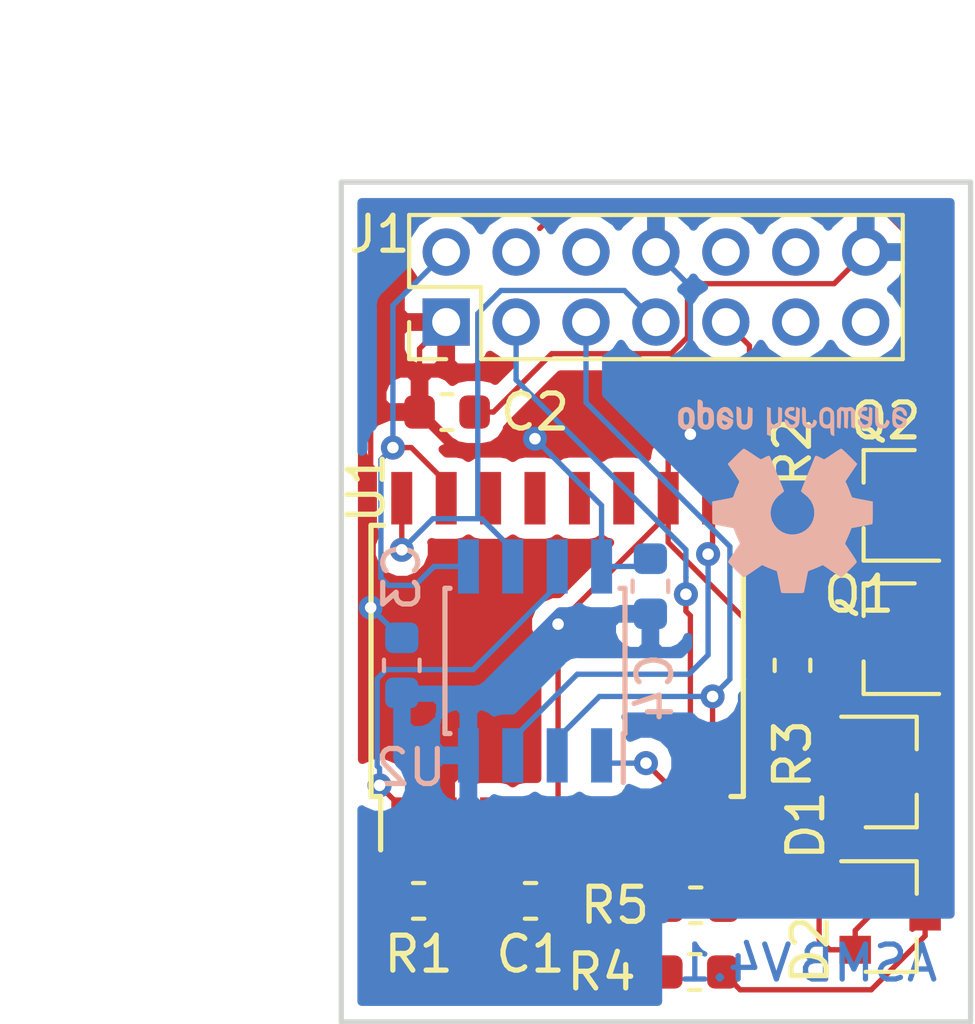
<source format=kicad_pcb>
(kicad_pcb (version 20171130) (host pcbnew 5.0.0+dfsg1-2)

  (general
    (thickness 1.6)
    (drawings 8)
    (tracks 190)
    (zones 0)
    (modules 17)
    (nets 19)
  )

  (page A4)
  (layers
    (0 F.Cu signal)
    (31 B.Cu signal)
    (32 B.Adhes user)
    (33 F.Adhes user)
    (34 B.Paste user)
    (35 F.Paste user)
    (36 B.SilkS user)
    (37 F.SilkS user)
    (38 B.Mask user)
    (39 F.Mask user)
    (40 Dwgs.User user)
    (41 Cmts.User user hide)
    (42 Eco1.User user)
    (43 Eco2.User user)
    (44 Edge.Cuts user)
    (45 Margin user)
    (46 B.CrtYd user)
    (47 F.CrtYd user)
    (48 B.Fab user hide)
    (49 F.Fab user hide)
  )

  (setup
    (last_trace_width 0.1524)
    (trace_clearance 0.1524)
    (zone_clearance 0.381)
    (zone_45_only no)
    (trace_min 0.1524)
    (segment_width 0.2)
    (edge_width 0.15)
    (via_size 0.6858)
    (via_drill 0.3302)
    (via_min_size 0.508)
    (via_min_drill 0.254)
    (uvia_size 0.6858)
    (uvia_drill 0.3302)
    (uvias_allowed no)
    (uvia_min_size 0.2)
    (uvia_min_drill 0.1)
    (pcb_text_width 0.3)
    (pcb_text_size 1.5 1.5)
    (mod_edge_width 0.15)
    (mod_text_size 1 1)
    (mod_text_width 0.15)
    (pad_size 1.524 1.524)
    (pad_drill 0.762)
    (pad_to_mask_clearance 0.0508)
    (aux_axis_origin 0 0)
    (grid_origin 53 44)
    (visible_elements FFFFFF7F)
    (pcbplotparams
      (layerselection 0x010fc_ffffffff)
      (usegerberextensions false)
      (usegerberattributes false)
      (usegerberadvancedattributes false)
      (creategerberjobfile false)
      (excludeedgelayer true)
      (linewidth 0.100000)
      (plotframeref false)
      (viasonmask false)
      (mode 1)
      (useauxorigin false)
      (hpglpennumber 1)
      (hpglpenspeed 20)
      (hpglpendiameter 15.000000)
      (psnegative false)
      (psa4output false)
      (plotreference true)
      (plotvalue true)
      (plotinvisibletext false)
      (padsonsilk false)
      (subtractmaskfromsilk false)
      (outputformat 1)
      (mirror false)
      (drillshape 1)
      (scaleselection 1)
      (outputdirectory ""))
  )

  (net 0 "")
  (net 1 VCC)
  (net 2 GND)
  (net 3 "Net-(D1-Pad3)")
  (net 4 "Net-(D1-Pad2)")
  (net 5 /SI)
  (net 6 "Net-(J1-Pad3)")
  (net 7 /Q2.1)
  (net 8 /SO)
  (net 9 "Net-(J1-Pad6)")
  (net 10 /SCK)
  (net 11 /Q1.1)
  (net 12 "Net-(J1-Pad10)")
  (net 13 "Net-(J1-Pad11)")
  (net 14 "Net-(J1-Pad12)")
  (net 15 "Net-(J1-Pad13)")
  (net 16 /~HOLD)
  (net 17 /~WP)
  (net 18 /~CS)

  (net_class Default "This is the default net class."
    (clearance 0.1524)
    (trace_width 0.1524)
    (via_dia 0.6858)
    (via_drill 0.3302)
    (uvia_dia 0.6858)
    (uvia_drill 0.3302)
    (diff_pair_gap 0.1524)
    (diff_pair_width 0.1524)
    (add_net /Q1.1)
    (add_net /Q2.1)
    (add_net /SCK)
    (add_net /SI)
    (add_net /SO)
    (add_net /~CS)
    (add_net /~HOLD)
    (add_net /~WP)
    (add_net GND)
    (add_net "Net-(D1-Pad2)")
    (add_net "Net-(D1-Pad3)")
    (add_net "Net-(J1-Pad10)")
    (add_net "Net-(J1-Pad11)")
    (add_net "Net-(J1-Pad12)")
    (add_net "Net-(J1-Pad13)")
    (add_net "Net-(J1-Pad3)")
    (add_net "Net-(J1-Pad6)")
    (add_net VCC)
  )

  (module Capacitor_SMD:C_0603_1608Metric (layer B.Cu) (tedit 5BDD12C6) (tstamp 5BEA6115)
    (at 58.842 53.5505 270)
    (descr "Capacitor SMD 0603 (1608 Metric), square (rectangular) end terminal, IPC_7351 nominal, (Body size source: http://www.tortai-tech.com/upload/download/2011102023233369053.pdf), generated with kicad-footprint-generator")
    (tags capacitor)
    (path /5BDDDC8F)
    (attr smd)
    (fp_text reference C4 (at 2.8955 -0.127 270) (layer B.SilkS)
      (effects (font (size 1 1) (thickness 0.15)) (justify mirror))
    )
    (fp_text value C (at 0 -1.524 270) (layer B.Fab)
      (effects (font (size 1 1) (thickness 0.15)) (justify mirror))
    )
    (fp_text user %R (at 0 0 270) (layer B.Fab)
      (effects (font (size 0.4 0.4) (thickness 0.06)) (justify mirror))
    )
    (fp_line (start 1.48 -0.73) (end -1.48 -0.73) (layer B.CrtYd) (width 0.05))
    (fp_line (start 1.48 0.73) (end 1.48 -0.73) (layer B.CrtYd) (width 0.05))
    (fp_line (start -1.48 0.73) (end 1.48 0.73) (layer B.CrtYd) (width 0.05))
    (fp_line (start -1.48 -0.73) (end -1.48 0.73) (layer B.CrtYd) (width 0.05))
    (fp_line (start -0.162779 -0.51) (end 0.162779 -0.51) (layer B.SilkS) (width 0.12))
    (fp_line (start -0.162779 0.51) (end 0.162779 0.51) (layer B.SilkS) (width 0.12))
    (fp_line (start 0.8 -0.4) (end -0.8 -0.4) (layer B.Fab) (width 0.1))
    (fp_line (start 0.8 0.4) (end 0.8 -0.4) (layer B.Fab) (width 0.1))
    (fp_line (start -0.8 0.4) (end 0.8 0.4) (layer B.Fab) (width 0.1))
    (fp_line (start -0.8 -0.4) (end -0.8 0.4) (layer B.Fab) (width 0.1))
    (pad 2 smd roundrect (at 0.7875 0 270) (size 0.875 0.95) (layers B.Cu B.Paste B.Mask) (roundrect_rratio 0.25)
      (net 2 GND))
    (pad 1 smd roundrect (at -0.7875 0 270) (size 0.875 0.95) (layers B.Cu B.Paste B.Mask) (roundrect_rratio 0.25)
      (net 1 VCC))
    (model ${KISYS3DMOD}/Capacitor_SMD.3dshapes/C_0603_1608Metric.wrl
      (at (xyz 0 0 0))
      (scale (xyz 1 1 1))
      (rotate (xyz 0 0 0))
    )
  )

  (module Capacitor_SMD:C_0603_1608Metric (layer B.Cu) (tedit 5B301BBE) (tstamp 5BEA6104)
    (at 51.73 55.811 270)
    (descr "Capacitor SMD 0603 (1608 Metric), square (rectangular) end terminal, IPC_7351 nominal, (Body size source: http://www.tortai-tech.com/upload/download/2011102023233369053.pdf), generated with kicad-footprint-generator")
    (tags capacitor)
    (path /5BDDDC89)
    (attr smd)
    (fp_text reference C3 (at -2.54 0 270) (layer B.SilkS)
      (effects (font (size 1 1) (thickness 0.15)) (justify mirror))
    )
    (fp_text value C (at 1.905 0 270) (layer B.Fab)
      (effects (font (size 1 1) (thickness 0.15)) (justify mirror))
    )
    (fp_line (start -0.8 -0.4) (end -0.8 0.4) (layer B.Fab) (width 0.1))
    (fp_line (start -0.8 0.4) (end 0.8 0.4) (layer B.Fab) (width 0.1))
    (fp_line (start 0.8 0.4) (end 0.8 -0.4) (layer B.Fab) (width 0.1))
    (fp_line (start 0.8 -0.4) (end -0.8 -0.4) (layer B.Fab) (width 0.1))
    (fp_line (start -0.162779 0.51) (end 0.162779 0.51) (layer B.SilkS) (width 0.12))
    (fp_line (start -0.162779 -0.51) (end 0.162779 -0.51) (layer B.SilkS) (width 0.12))
    (fp_line (start -1.48 -0.73) (end -1.48 0.73) (layer B.CrtYd) (width 0.05))
    (fp_line (start -1.48 0.73) (end 1.48 0.73) (layer B.CrtYd) (width 0.05))
    (fp_line (start 1.48 0.73) (end 1.48 -0.73) (layer B.CrtYd) (width 0.05))
    (fp_line (start 1.48 -0.73) (end -1.48 -0.73) (layer B.CrtYd) (width 0.05))
    (fp_text user %R (at 0 0 270) (layer B.Fab)
      (effects (font (size 0.4 0.4) (thickness 0.06)) (justify mirror))
    )
    (pad 1 smd roundrect (at -0.7875 0 270) (size 0.875 0.95) (layers B.Cu B.Paste B.Mask) (roundrect_rratio 0.25)
      (net 1 VCC))
    (pad 2 smd roundrect (at 0.7875 0 270) (size 0.875 0.95) (layers B.Cu B.Paste B.Mask) (roundrect_rratio 0.25)
      (net 2 GND))
    (model ${KISYS3DMOD}/Capacitor_SMD.3dshapes/C_0603_1608Metric.wrl
      (at (xyz 0 0 0))
      (scale (xyz 1 1 1))
      (rotate (xyz 0 0 0))
    )
  )

  (module Package_SO:SOIC-8_3.9x4.9mm_P1.27mm (layer B.Cu) (tedit 5BDD1297) (tstamp 5BEA4CE4)
    (at 55.54 55.684 90)
    (descr "8-Lead Plastic Small Outline (SN) - Narrow, 3.90 mm Body [SOIC] (see Microchip Packaging Specification 00000049BS.pdf)")
    (tags "SOIC 1.27")
    (path /5BDCEBDB)
    (attr smd)
    (fp_text reference U2 (at -3.048 -3.556 180) (layer B.SilkS)
      (effects (font (size 1 1) (thickness 0.15)) (justify mirror))
    )
    (fp_text value SPI25-8 (at -0.127 -1.143 90) (layer B.Fab)
      (effects (font (size 1 1) (thickness 0.15)) (justify mirror))
    )
    (fp_text user %R (at 0 0 90) (layer B.Fab)
      (effects (font (size 1 1) (thickness 0.15)) (justify mirror))
    )
    (fp_line (start -0.95 2.45) (end 1.95 2.45) (layer B.Fab) (width 0.1))
    (fp_line (start 1.95 2.45) (end 1.95 -2.45) (layer B.Fab) (width 0.1))
    (fp_line (start 1.95 -2.45) (end -1.95 -2.45) (layer B.Fab) (width 0.1))
    (fp_line (start -1.95 -2.45) (end -1.95 1.45) (layer B.Fab) (width 0.1))
    (fp_line (start -1.95 1.45) (end -0.95 2.45) (layer B.Fab) (width 0.1))
    (fp_line (start -3.73 2.7) (end -3.73 -2.7) (layer B.CrtYd) (width 0.05))
    (fp_line (start 3.73 2.7) (end 3.73 -2.7) (layer B.CrtYd) (width 0.05))
    (fp_line (start -3.73 2.7) (end 3.73 2.7) (layer B.CrtYd) (width 0.05))
    (fp_line (start -3.73 -2.7) (end 3.73 -2.7) (layer B.CrtYd) (width 0.05))
    (fp_line (start -2.075 2.575) (end -2.075 2.525) (layer B.SilkS) (width 0.15))
    (fp_line (start 2.075 2.575) (end 2.075 2.43) (layer B.SilkS) (width 0.15))
    (fp_line (start 2.075 -2.575) (end 2.075 -2.43) (layer B.SilkS) (width 0.15))
    (fp_line (start -2.075 -2.575) (end -2.075 -2.43) (layer B.SilkS) (width 0.15))
    (fp_line (start -2.075 2.575) (end 2.075 2.575) (layer B.SilkS) (width 0.15))
    (fp_line (start -2.075 -2.575) (end 2.075 -2.575) (layer B.SilkS) (width 0.15))
    (fp_line (start -2.075 2.525) (end -3.475 2.525) (layer B.SilkS) (width 0.15))
    (pad 1 smd rect (at -2.7 1.905 90) (size 1.55 0.6) (layers B.Cu B.Paste B.Mask)
      (net 18 /~CS))
    (pad 2 smd rect (at -2.7 0.635 90) (size 1.55 0.6) (layers B.Cu B.Paste B.Mask)
      (net 8 /SO))
    (pad 3 smd rect (at -2.7 -0.635 90) (size 1.55 0.6) (layers B.Cu B.Paste B.Mask)
      (net 17 /~WP))
    (pad 4 smd rect (at -2.7 -1.905 90) (size 1.55 0.6) (layers B.Cu B.Paste B.Mask)
      (net 2 GND))
    (pad 5 smd rect (at 2.7 -1.905 90) (size 1.55 0.6) (layers B.Cu B.Paste B.Mask)
      (net 5 /SI))
    (pad 6 smd rect (at 2.7 -0.635 90) (size 1.55 0.6) (layers B.Cu B.Paste B.Mask)
      (net 10 /SCK))
    (pad 7 smd rect (at 2.7 0.635 90) (size 1.55 0.6) (layers B.Cu B.Paste B.Mask)
      (net 16 /~HOLD))
    (pad 8 smd rect (at 2.7 1.905 90) (size 1.55 0.6) (layers B.Cu B.Paste B.Mask)
      (net 1 VCC))
    (model ${KISYS3DMOD}/Package_SO.3dshapes/SOIC-8_3.9x4.9mm_P1.27mm.wrl
      (at (xyz 0 0 0))
      (scale (xyz 1 1 1))
      (rotate (xyz 0 0 0))
    )
  )

  (module Package_TO_SOT_SMD:SOT-23 (layer F.Cu) (tedit 5A02FF57) (tstamp 5BEA0174)
    (at 65.7 58.859)
    (descr "SOT-23, Standard")
    (tags SOT-23)
    (path /5BDD5A44)
    (attr smd)
    (fp_text reference D1 (at -2.413 1.524 90) (layer F.SilkS)
      (effects (font (size 1 1) (thickness 0.15)))
    )
    (fp_text value D_x2_ACom_AKK (at 0 2.5) (layer F.Fab)
      (effects (font (size 1 1) (thickness 0.15)))
    )
    (fp_line (start 0.76 1.58) (end -0.7 1.58) (layer F.SilkS) (width 0.12))
    (fp_line (start 0.76 -1.58) (end -1.4 -1.58) (layer F.SilkS) (width 0.12))
    (fp_line (start -1.7 1.75) (end -1.7 -1.75) (layer F.CrtYd) (width 0.05))
    (fp_line (start 1.7 1.75) (end -1.7 1.75) (layer F.CrtYd) (width 0.05))
    (fp_line (start 1.7 -1.75) (end 1.7 1.75) (layer F.CrtYd) (width 0.05))
    (fp_line (start -1.7 -1.75) (end 1.7 -1.75) (layer F.CrtYd) (width 0.05))
    (fp_line (start 0.76 -1.58) (end 0.76 -0.65) (layer F.SilkS) (width 0.12))
    (fp_line (start 0.76 1.58) (end 0.76 0.65) (layer F.SilkS) (width 0.12))
    (fp_line (start -0.7 1.52) (end 0.7 1.52) (layer F.Fab) (width 0.1))
    (fp_line (start 0.7 -1.52) (end 0.7 1.52) (layer F.Fab) (width 0.1))
    (fp_line (start -0.7 -0.95) (end -0.15 -1.52) (layer F.Fab) (width 0.1))
    (fp_line (start -0.15 -1.52) (end 0.7 -1.52) (layer F.Fab) (width 0.1))
    (fp_line (start -0.7 -0.95) (end -0.7 1.5) (layer F.Fab) (width 0.1))
    (fp_text user %R (at 0 0 90) (layer F.Fab)
      (effects (font (size 0.5 0.5) (thickness 0.075)))
    )
    (pad 3 smd rect (at 1 0) (size 0.9 0.8) (layers F.Cu F.Paste F.Mask)
      (net 3 "Net-(D1-Pad3)"))
    (pad 2 smd rect (at -1 0.95) (size 0.9 0.8) (layers F.Cu F.Paste F.Mask)
      (net 4 "Net-(D1-Pad2)"))
    (pad 1 smd rect (at -1 -0.95) (size 0.9 0.8) (layers F.Cu F.Paste F.Mask)
      (net 1 VCC))
    (model ${KISYS3DMOD}/Package_TO_SOT_SMD.3dshapes/SOT-23.wrl
      (at (xyz 0 0 0))
      (scale (xyz 1 1 1))
      (rotate (xyz 0 0 0))
    )
  )

  (module Package_SO:SOIC-16W_7.5x10.3mm_P1.27mm (layer F.Cu) (tedit 5A02F2D3) (tstamp 5BEA284B)
    (at 56.175 55.684 90)
    (descr "16-Lead Plastic Small Outline (SO) - Wide, 7.50 mm Body [SOIC] (see Microchip Packaging Specification 00000049BS.pdf)")
    (tags "SOIC 1.27")
    (path /5BDCEC97)
    (attr smd)
    (fp_text reference U1 (at 4.953 -5.461 270) (layer F.SilkS)
      (effects (font (size 1 1) (thickness 0.15)))
    )
    (fp_text value SPI25-16 (at 0 6.25 90) (layer F.Fab)
      (effects (font (size 1 1) (thickness 0.15)))
    )
    (fp_text user %R (at 0 0 90) (layer F.Fab)
      (effects (font (size 1 1) (thickness 0.15)))
    )
    (fp_line (start -2.75 -5.15) (end 3.75 -5.15) (layer F.Fab) (width 0.15))
    (fp_line (start 3.75 -5.15) (end 3.75 5.15) (layer F.Fab) (width 0.15))
    (fp_line (start 3.75 5.15) (end -3.75 5.15) (layer F.Fab) (width 0.15))
    (fp_line (start -3.75 5.15) (end -3.75 -4.15) (layer F.Fab) (width 0.15))
    (fp_line (start -3.75 -4.15) (end -2.75 -5.15) (layer F.Fab) (width 0.15))
    (fp_line (start -5.65 -5.5) (end -5.65 5.5) (layer F.CrtYd) (width 0.05))
    (fp_line (start 5.65 -5.5) (end 5.65 5.5) (layer F.CrtYd) (width 0.05))
    (fp_line (start -5.65 -5.5) (end 5.65 -5.5) (layer F.CrtYd) (width 0.05))
    (fp_line (start -5.65 5.5) (end 5.65 5.5) (layer F.CrtYd) (width 0.05))
    (fp_line (start -3.875 -5.325) (end -3.875 -5.05) (layer F.SilkS) (width 0.15))
    (fp_line (start 3.875 -5.325) (end 3.875 -4.97) (layer F.SilkS) (width 0.15))
    (fp_line (start 3.875 5.325) (end 3.875 4.97) (layer F.SilkS) (width 0.15))
    (fp_line (start -3.875 5.325) (end -3.875 4.97) (layer F.SilkS) (width 0.15))
    (fp_line (start -3.875 -5.325) (end 3.875 -5.325) (layer F.SilkS) (width 0.15))
    (fp_line (start -3.875 5.325) (end 3.875 5.325) (layer F.SilkS) (width 0.15))
    (fp_line (start -3.875 -5.05) (end -5.4 -5.05) (layer F.SilkS) (width 0.15))
    (pad 1 smd rect (at -4.65 -4.445 90) (size 1.5 0.6) (layers F.Cu F.Paste F.Mask)
      (net 16 /~HOLD))
    (pad 2 smd rect (at -4.65 -3.175 90) (size 1.5 0.6) (layers F.Cu F.Paste F.Mask)
      (net 1 VCC))
    (pad 3 smd rect (at -4.65 -1.905 90) (size 1.5 0.6) (layers F.Cu F.Paste F.Mask))
    (pad 4 smd rect (at -4.65 -0.635 90) (size 1.5 0.6) (layers F.Cu F.Paste F.Mask))
    (pad 5 smd rect (at -4.65 0.635 90) (size 1.5 0.6) (layers F.Cu F.Paste F.Mask))
    (pad 6 smd rect (at -4.65 1.905 90) (size 1.5 0.6) (layers F.Cu F.Paste F.Mask))
    (pad 7 smd rect (at -4.65 3.175 90) (size 1.5 0.6) (layers F.Cu F.Paste F.Mask)
      (net 18 /~CS))
    (pad 8 smd rect (at -4.65 4.445 90) (size 1.5 0.6) (layers F.Cu F.Paste F.Mask)
      (net 8 /SO))
    (pad 9 smd rect (at 4.65 4.445 90) (size 1.5 0.6) (layers F.Cu F.Paste F.Mask)
      (net 17 /~WP))
    (pad 10 smd rect (at 4.65 3.175 90) (size 1.5 0.6) (layers F.Cu F.Paste F.Mask)
      (net 2 GND))
    (pad 11 smd rect (at 4.65 1.905 90) (size 1.5 0.6) (layers F.Cu F.Paste F.Mask))
    (pad 12 smd rect (at 4.65 0.635 90) (size 1.5 0.6) (layers F.Cu F.Paste F.Mask))
    (pad 13 smd rect (at 4.65 -0.635 90) (size 1.5 0.6) (layers F.Cu F.Paste F.Mask))
    (pad 14 smd rect (at 4.65 -1.905 90) (size 1.5 0.6) (layers F.Cu F.Paste F.Mask))
    (pad 15 smd rect (at 4.65 -3.175 90) (size 1.5 0.6) (layers F.Cu F.Paste F.Mask)
      (net 5 /SI))
    (pad 16 smd rect (at 4.65 -4.445 90) (size 1.5 0.6) (layers F.Cu F.Paste F.Mask)
      (net 10 /SCK))
    (model ${KISYS3DMOD}/Package_SO.3dshapes/SOIC-16W_7.5x10.3mm_P1.27mm.wrl
      (at (xyz 0 0 0))
      (scale (xyz 1 1 1))
      (rotate (xyz 0 0 0))
    )
  )

  (module Capacitor_SMD:C_0603_1608Metric (layer F.Cu) (tedit 5B301BBE) (tstamp 5BEA014E)
    (at 55.413 62.542)
    (descr "Capacitor SMD 0603 (1608 Metric), square (rectangular) end terminal, IPC_7351 nominal, (Body size source: http://www.tortai-tech.com/upload/download/2011102023233369053.pdf), generated with kicad-footprint-generator")
    (tags capacitor)
    (path /5BDCF9E6)
    (attr smd)
    (fp_text reference C1 (at 0 1.524) (layer F.SilkS)
      (effects (font (size 1 1) (thickness 0.15)))
    )
    (fp_text value C (at 0 1.43) (layer F.Fab)
      (effects (font (size 1 1) (thickness 0.15)))
    )
    (fp_line (start -0.8 0.4) (end -0.8 -0.4) (layer F.Fab) (width 0.1))
    (fp_line (start -0.8 -0.4) (end 0.8 -0.4) (layer F.Fab) (width 0.1))
    (fp_line (start 0.8 -0.4) (end 0.8 0.4) (layer F.Fab) (width 0.1))
    (fp_line (start 0.8 0.4) (end -0.8 0.4) (layer F.Fab) (width 0.1))
    (fp_line (start -0.162779 -0.51) (end 0.162779 -0.51) (layer F.SilkS) (width 0.12))
    (fp_line (start -0.162779 0.51) (end 0.162779 0.51) (layer F.SilkS) (width 0.12))
    (fp_line (start -1.48 0.73) (end -1.48 -0.73) (layer F.CrtYd) (width 0.05))
    (fp_line (start -1.48 -0.73) (end 1.48 -0.73) (layer F.CrtYd) (width 0.05))
    (fp_line (start 1.48 -0.73) (end 1.48 0.73) (layer F.CrtYd) (width 0.05))
    (fp_line (start 1.48 0.73) (end -1.48 0.73) (layer F.CrtYd) (width 0.05))
    (fp_text user %R (at 0 0) (layer F.Fab)
      (effects (font (size 0.4 0.4) (thickness 0.06)))
    )
    (pad 1 smd roundrect (at -0.7875 0) (size 0.875 0.95) (layers F.Cu F.Paste F.Mask) (roundrect_rratio 0.25)
      (net 1 VCC))
    (pad 2 smd roundrect (at 0.7875 0) (size 0.875 0.95) (layers F.Cu F.Paste F.Mask) (roundrect_rratio 0.25)
      (net 2 GND))
    (model ${KISYS3DMOD}/Capacitor_SMD.3dshapes/C_0603_1608Metric.wrl
      (at (xyz 0 0 0))
      (scale (xyz 1 1 1))
      (rotate (xyz 0 0 0))
    )
  )

  (module Capacitor_SMD:C_0603_1608Metric (layer F.Cu) (tedit 5B301BBE) (tstamp 5BEA015F)
    (at 53.0255 48.572)
    (descr "Capacitor SMD 0603 (1608 Metric), square (rectangular) end terminal, IPC_7351 nominal, (Body size source: http://www.tortai-tech.com/upload/download/2011102023233369053.pdf), generated with kicad-footprint-generator")
    (tags capacitor)
    (path /5BDCFA5B)
    (attr smd)
    (fp_text reference C2 (at 2.5145 0) (layer F.SilkS)
      (effects (font (size 1 1) (thickness 0.15)))
    )
    (fp_text value C (at 0 1.43) (layer F.Fab)
      (effects (font (size 1 1) (thickness 0.15)))
    )
    (fp_text user %R (at 0 0) (layer F.Fab)
      (effects (font (size 0.4 0.4) (thickness 0.06)))
    )
    (fp_line (start 1.48 0.73) (end -1.48 0.73) (layer F.CrtYd) (width 0.05))
    (fp_line (start 1.48 -0.73) (end 1.48 0.73) (layer F.CrtYd) (width 0.05))
    (fp_line (start -1.48 -0.73) (end 1.48 -0.73) (layer F.CrtYd) (width 0.05))
    (fp_line (start -1.48 0.73) (end -1.48 -0.73) (layer F.CrtYd) (width 0.05))
    (fp_line (start -0.162779 0.51) (end 0.162779 0.51) (layer F.SilkS) (width 0.12))
    (fp_line (start -0.162779 -0.51) (end 0.162779 -0.51) (layer F.SilkS) (width 0.12))
    (fp_line (start 0.8 0.4) (end -0.8 0.4) (layer F.Fab) (width 0.1))
    (fp_line (start 0.8 -0.4) (end 0.8 0.4) (layer F.Fab) (width 0.1))
    (fp_line (start -0.8 -0.4) (end 0.8 -0.4) (layer F.Fab) (width 0.1))
    (fp_line (start -0.8 0.4) (end -0.8 -0.4) (layer F.Fab) (width 0.1))
    (pad 2 smd roundrect (at 0.7875 0) (size 0.875 0.95) (layers F.Cu F.Paste F.Mask) (roundrect_rratio 0.25)
      (net 2 GND))
    (pad 1 smd roundrect (at -0.7875 0) (size 0.875 0.95) (layers F.Cu F.Paste F.Mask) (roundrect_rratio 0.25)
      (net 1 VCC))
    (model ${KISYS3DMOD}/Capacitor_SMD.3dshapes/C_0603_1608Metric.wrl
      (at (xyz 0 0 0))
      (scale (xyz 1 1 1))
      (rotate (xyz 0 0 0))
    )
  )

  (module Package_TO_SOT_SMD:SOT-23 (layer F.Cu) (tedit 5A02FF57) (tstamp 5BEA0189)
    (at 65.7 62.989)
    (descr "SOT-23, Standard")
    (tags SOT-23)
    (path /5BDD3480)
    (attr smd)
    (fp_text reference D2 (at -2.286 0.95 90) (layer F.SilkS)
      (effects (font (size 1 1) (thickness 0.15)))
    )
    (fp_text value D_x2_ACom_AKK (at 0 2.5) (layer F.Fab)
      (effects (font (size 1 1) (thickness 0.15)))
    )
    (fp_text user %R (at 0 0 90) (layer F.Fab)
      (effects (font (size 0.5 0.5) (thickness 0.075)))
    )
    (fp_line (start -0.7 -0.95) (end -0.7 1.5) (layer F.Fab) (width 0.1))
    (fp_line (start -0.15 -1.52) (end 0.7 -1.52) (layer F.Fab) (width 0.1))
    (fp_line (start -0.7 -0.95) (end -0.15 -1.52) (layer F.Fab) (width 0.1))
    (fp_line (start 0.7 -1.52) (end 0.7 1.52) (layer F.Fab) (width 0.1))
    (fp_line (start -0.7 1.52) (end 0.7 1.52) (layer F.Fab) (width 0.1))
    (fp_line (start 0.76 1.58) (end 0.76 0.65) (layer F.SilkS) (width 0.12))
    (fp_line (start 0.76 -1.58) (end 0.76 -0.65) (layer F.SilkS) (width 0.12))
    (fp_line (start -1.7 -1.75) (end 1.7 -1.75) (layer F.CrtYd) (width 0.05))
    (fp_line (start 1.7 -1.75) (end 1.7 1.75) (layer F.CrtYd) (width 0.05))
    (fp_line (start 1.7 1.75) (end -1.7 1.75) (layer F.CrtYd) (width 0.05))
    (fp_line (start -1.7 1.75) (end -1.7 -1.75) (layer F.CrtYd) (width 0.05))
    (fp_line (start 0.76 -1.58) (end -1.4 -1.58) (layer F.SilkS) (width 0.12))
    (fp_line (start 0.76 1.58) (end -0.7 1.58) (layer F.SilkS) (width 0.12))
    (pad 1 smd rect (at -1 -0.95) (size 0.9 0.8) (layers F.Cu F.Paste F.Mask)
      (net 1 VCC))
    (pad 2 smd rect (at -1 0.95) (size 0.9 0.8) (layers F.Cu F.Paste F.Mask)
      (net 4 "Net-(D1-Pad2)"))
    (pad 3 smd rect (at 1 0) (size 0.9 0.8) (layers F.Cu F.Paste F.Mask)
      (net 3 "Net-(D1-Pad3)"))
    (model ${KISYS3DMOD}/Package_TO_SOT_SMD.3dshapes/SOT-23.wrl
      (at (xyz 0 0 0))
      (scale (xyz 1 1 1))
      (rotate (xyz 0 0 0))
    )
  )

  (module Connector_PinHeader_2.00mm:PinHeader_2x07_P2.00mm_Vertical (layer F.Cu) (tedit 5BDCF845) (tstamp 5BEA01AD)
    (at 53 46 90)
    (descr "Through hole straight pin header, 2x07, 2.00mm pitch, double rows")
    (tags "Through hole pin header THT 2x07 2.00mm double row")
    (path /5BDCEF7D)
    (fp_text reference J1 (at 2.508 -1.905 180) (layer F.SilkS)
      (effects (font (size 1 1) (thickness 0.15)))
    )
    (fp_text value Conn_02x07_Odd_Even (at 1 14.06 90) (layer F.Fab) hide
      (effects (font (size 1 1) (thickness 0.15)))
    )
    (fp_line (start 0 -1) (end 3 -1) (layer F.Fab) (width 0.1))
    (fp_line (start 3 -1) (end 3 13) (layer F.Fab) (width 0.1))
    (fp_line (start 3 13) (end -1 13) (layer F.Fab) (width 0.1))
    (fp_line (start -1 13) (end -1 0) (layer F.Fab) (width 0.1))
    (fp_line (start -1 0) (end 0 -1) (layer F.Fab) (width 0.1))
    (fp_line (start -1.06 13.06) (end 3.06 13.06) (layer F.SilkS) (width 0.12))
    (fp_line (start -1.06 1) (end -1.06 13.06) (layer F.SilkS) (width 0.12))
    (fp_line (start 3.06 -1.06) (end 3.06 13.06) (layer F.SilkS) (width 0.12))
    (fp_line (start -1.06 1) (end 1 1) (layer F.SilkS) (width 0.12))
    (fp_line (start 1 1) (end 1 -1.06) (layer F.SilkS) (width 0.12))
    (fp_line (start 1 -1.06) (end 3.06 -1.06) (layer F.SilkS) (width 0.12))
    (fp_line (start -1.06 0) (end -1.06 -1.06) (layer F.SilkS) (width 0.12))
    (fp_line (start -1.06 -1.06) (end 0 -1.06) (layer F.SilkS) (width 0.12))
    (fp_line (start -1.5 -1.5) (end -1.5 13.5) (layer F.CrtYd) (width 0.05))
    (fp_line (start -1.5 13.5) (end 3.5 13.5) (layer F.CrtYd) (width 0.05))
    (fp_line (start 3.5 13.5) (end 3.5 -1.5) (layer F.CrtYd) (width 0.05))
    (fp_line (start 3.5 -1.5) (end -1.5 -1.5) (layer F.CrtYd) (width 0.05))
    (fp_text user %R (at 1 6 180) (layer F.Fab)
      (effects (font (size 1 1) (thickness 0.15)))
    )
    (pad 1 thru_hole rect (at 0 0 90) (size 1.35 1.35) (drill 0.8) (layers *.Cu *.Mask)
      (net 1 VCC))
    (pad 2 thru_hole oval (at 2 0 90) (size 1.35 1.35) (drill 0.8) (layers *.Cu *.Mask)
      (net 5 /SI))
    (pad 3 thru_hole oval (at 0 2 90) (size 1.35 1.35) (drill 0.8) (layers *.Cu *.Mask)
      (net 6 "Net-(J1-Pad3)"))
    (pad 4 thru_hole oval (at 2 2 90) (size 1.35 1.35) (drill 0.8) (layers *.Cu *.Mask)
      (net 7 /Q2.1))
    (pad 5 thru_hole oval (at 0 4 90) (size 1.35 1.35) (drill 0.8) (layers *.Cu *.Mask)
      (net 8 /SO))
    (pad 6 thru_hole oval (at 2 4 90) (size 1.35 1.35) (drill 0.8) (layers *.Cu *.Mask)
      (net 9 "Net-(J1-Pad6)"))
    (pad 7 thru_hole oval (at 0 6 90) (size 1.35 1.35) (drill 0.8) (layers *.Cu *.Mask)
      (net 10 /SCK))
    (pad 8 thru_hole oval (at 2 6 90) (size 1.35 1.35) (drill 0.8) (layers *.Cu *.Mask)
      (net 2 GND))
    (pad 9 thru_hole oval (at 0 8 90) (size 1.35 1.35) (drill 0.8) (layers *.Cu *.Mask)
      (net 11 /Q1.1))
    (pad 10 thru_hole oval (at 2 8 90) (size 1.35 1.35) (drill 0.8) (layers *.Cu *.Mask)
      (net 12 "Net-(J1-Pad10)"))
    (pad 11 thru_hole oval (at 0 10 90) (size 1.35 1.35) (drill 0.8) (layers *.Cu *.Mask)
      (net 13 "Net-(J1-Pad11)"))
    (pad 12 thru_hole oval (at 2 10 90) (size 1.35 1.35) (drill 0.8) (layers *.Cu *.Mask)
      (net 14 "Net-(J1-Pad12)"))
    (pad 13 thru_hole oval (at 0 12 90) (size 1.35 1.35) (drill 0.8) (layers *.Cu *.Mask)
      (net 15 "Net-(J1-Pad13)"))
    (pad 14 thru_hole oval (at 2 12 90) (size 1.35 1.35) (drill 0.8) (layers *.Cu *.Mask)
      (net 2 GND))
    (model ${KISYS3DMOD}/Connector_PinHeader_2.00mm.3dshapes/PinHeader_2x07_P2.00mm_Vertical.wrl
      (at (xyz 0 0 0))
      (scale (xyz 1 1 1))
      (rotate (xyz 0 0 0))
    )
  )

  (module Diode_SMD:D_SOT-23_ANK (layer F.Cu) (tedit 587CCEF9) (tstamp 5BEA01C7)
    (at 65.7 55.049 180)
    (descr "SOT-23, Single Diode")
    (tags SOT-23)
    (path /5BDCFAAC)
    (attr smd)
    (fp_text reference Q1 (at 0.889 1.27 180) (layer F.SilkS)
      (effects (font (size 1 1) (thickness 0.15)))
    )
    (fp_text value D (at 0 2.5 180) (layer F.Fab)
      (effects (font (size 1 1) (thickness 0.15)))
    )
    (fp_text user %R (at 0 -2.5 180) (layer F.Fab)
      (effects (font (size 1 1) (thickness 0.15)))
    )
    (fp_line (start -0.15 -0.45) (end -0.4 -0.45) (layer F.Fab) (width 0.1))
    (fp_line (start -0.15 -0.25) (end 0.15 -0.45) (layer F.Fab) (width 0.1))
    (fp_line (start -0.15 -0.65) (end -0.15 -0.25) (layer F.Fab) (width 0.1))
    (fp_line (start 0.15 -0.45) (end -0.15 -0.65) (layer F.Fab) (width 0.1))
    (fp_line (start 0.15 -0.45) (end 0.4 -0.45) (layer F.Fab) (width 0.1))
    (fp_line (start 0.15 -0.65) (end 0.15 -0.25) (layer F.Fab) (width 0.1))
    (fp_line (start 0.76 1.58) (end 0.76 0.65) (layer F.SilkS) (width 0.12))
    (fp_line (start 0.76 -1.58) (end 0.76 -0.65) (layer F.SilkS) (width 0.12))
    (fp_line (start 0.7 -1.52) (end 0.7 1.52) (layer F.Fab) (width 0.1))
    (fp_line (start -0.7 1.52) (end 0.7 1.52) (layer F.Fab) (width 0.1))
    (fp_line (start -1.7 -1.75) (end 1.7 -1.75) (layer F.CrtYd) (width 0.05))
    (fp_line (start 1.7 -1.75) (end 1.7 1.75) (layer F.CrtYd) (width 0.05))
    (fp_line (start 1.7 1.75) (end -1.7 1.75) (layer F.CrtYd) (width 0.05))
    (fp_line (start -1.7 1.75) (end -1.7 -1.75) (layer F.CrtYd) (width 0.05))
    (fp_line (start 0.76 -1.58) (end -1.4 -1.58) (layer F.SilkS) (width 0.12))
    (fp_line (start -0.7 -1.52) (end 0.7 -1.52) (layer F.Fab) (width 0.1))
    (fp_line (start -0.7 -1.52) (end -0.7 1.52) (layer F.Fab) (width 0.1))
    (fp_line (start 0.76 1.58) (end -0.7 1.58) (layer F.SilkS) (width 0.12))
    (pad 2 smd rect (at -1 -0.95 180) (size 0.9 0.8) (layers F.Cu F.Paste F.Mask)
      (net 3 "Net-(D1-Pad3)"))
    (pad "" smd rect (at -1 0.95 180) (size 0.9 0.8) (layers F.Cu F.Paste F.Mask))
    (pad 1 smd rect (at 1 0 180) (size 0.9 0.8) (layers F.Cu F.Paste F.Mask)
      (net 11 /Q1.1))
    (model ${KISYS3DMOD}/Diode_SMD.3dshapes/D_SOT-23.wrl
      (at (xyz 0 0 0))
      (scale (xyz 1 1 1))
      (rotate (xyz 0 0 0))
    )
  )

  (module Diode_SMD:D_SOT-23_ANK (layer F.Cu) (tedit 587CCEF9) (tstamp 5BEA01E1)
    (at 65.7 51.239 180)
    (descr "SOT-23, Single Diode")
    (tags SOT-23)
    (path /5BDD33C4)
    (attr smd)
    (fp_text reference Q2 (at 0.127 2.413 180) (layer F.SilkS)
      (effects (font (size 1 1) (thickness 0.15)))
    )
    (fp_text value D (at 0 2.5 180) (layer F.Fab)
      (effects (font (size 1 1) (thickness 0.15)))
    )
    (fp_line (start 0.76 1.58) (end -0.7 1.58) (layer F.SilkS) (width 0.12))
    (fp_line (start -0.7 -1.52) (end -0.7 1.52) (layer F.Fab) (width 0.1))
    (fp_line (start -0.7 -1.52) (end 0.7 -1.52) (layer F.Fab) (width 0.1))
    (fp_line (start 0.76 -1.58) (end -1.4 -1.58) (layer F.SilkS) (width 0.12))
    (fp_line (start -1.7 1.75) (end -1.7 -1.75) (layer F.CrtYd) (width 0.05))
    (fp_line (start 1.7 1.75) (end -1.7 1.75) (layer F.CrtYd) (width 0.05))
    (fp_line (start 1.7 -1.75) (end 1.7 1.75) (layer F.CrtYd) (width 0.05))
    (fp_line (start -1.7 -1.75) (end 1.7 -1.75) (layer F.CrtYd) (width 0.05))
    (fp_line (start -0.7 1.52) (end 0.7 1.52) (layer F.Fab) (width 0.1))
    (fp_line (start 0.7 -1.52) (end 0.7 1.52) (layer F.Fab) (width 0.1))
    (fp_line (start 0.76 -1.58) (end 0.76 -0.65) (layer F.SilkS) (width 0.12))
    (fp_line (start 0.76 1.58) (end 0.76 0.65) (layer F.SilkS) (width 0.12))
    (fp_line (start 0.15 -0.65) (end 0.15 -0.25) (layer F.Fab) (width 0.1))
    (fp_line (start 0.15 -0.45) (end 0.4 -0.45) (layer F.Fab) (width 0.1))
    (fp_line (start 0.15 -0.45) (end -0.15 -0.65) (layer F.Fab) (width 0.1))
    (fp_line (start -0.15 -0.65) (end -0.15 -0.25) (layer F.Fab) (width 0.1))
    (fp_line (start -0.15 -0.25) (end 0.15 -0.45) (layer F.Fab) (width 0.1))
    (fp_line (start -0.15 -0.45) (end -0.4 -0.45) (layer F.Fab) (width 0.1))
    (fp_text user %R (at 0 -2.5 180) (layer F.Fab)
      (effects (font (size 1 1) (thickness 0.15)))
    )
    (pad 1 smd rect (at 1 0 180) (size 0.9 0.8) (layers F.Cu F.Paste F.Mask)
      (net 7 /Q2.1))
    (pad "" smd rect (at -1 0.95 180) (size 0.9 0.8) (layers F.Cu F.Paste F.Mask))
    (pad 2 smd rect (at -1 -0.95 180) (size 0.9 0.8) (layers F.Cu F.Paste F.Mask)
      (net 4 "Net-(D1-Pad2)"))
    (model ${KISYS3DMOD}/Diode_SMD.3dshapes/D_SOT-23.wrl
      (at (xyz 0 0 0))
      (scale (xyz 1 1 1))
      (rotate (xyz 0 0 0))
    )
  )

  (module Resistor_SMD:R_0603_1608Metric (layer F.Cu) (tedit 5B301BBD) (tstamp 5BEA01F2)
    (at 52.2125 62.542 180)
    (descr "Resistor SMD 0603 (1608 Metric), square (rectangular) end terminal, IPC_7351 nominal, (Body size source: http://www.tortai-tech.com/upload/download/2011102023233369053.pdf), generated with kicad-footprint-generator")
    (tags resistor)
    (path /5BDD062B)
    (attr smd)
    (fp_text reference R1 (at 0 -1.524 180) (layer F.SilkS)
      (effects (font (size 1 1) (thickness 0.15)))
    )
    (fp_text value R (at 0 1.43 180) (layer F.Fab)
      (effects (font (size 1 1) (thickness 0.15)))
    )
    (fp_text user %R (at 0 0 180) (layer F.Fab)
      (effects (font (size 0.4 0.4) (thickness 0.06)))
    )
    (fp_line (start 1.48 0.73) (end -1.48 0.73) (layer F.CrtYd) (width 0.05))
    (fp_line (start 1.48 -0.73) (end 1.48 0.73) (layer F.CrtYd) (width 0.05))
    (fp_line (start -1.48 -0.73) (end 1.48 -0.73) (layer F.CrtYd) (width 0.05))
    (fp_line (start -1.48 0.73) (end -1.48 -0.73) (layer F.CrtYd) (width 0.05))
    (fp_line (start -0.162779 0.51) (end 0.162779 0.51) (layer F.SilkS) (width 0.12))
    (fp_line (start -0.162779 -0.51) (end 0.162779 -0.51) (layer F.SilkS) (width 0.12))
    (fp_line (start 0.8 0.4) (end -0.8 0.4) (layer F.Fab) (width 0.1))
    (fp_line (start 0.8 -0.4) (end 0.8 0.4) (layer F.Fab) (width 0.1))
    (fp_line (start -0.8 -0.4) (end 0.8 -0.4) (layer F.Fab) (width 0.1))
    (fp_line (start -0.8 0.4) (end -0.8 -0.4) (layer F.Fab) (width 0.1))
    (pad 2 smd roundrect (at 0.7875 0 180) (size 0.875 0.95) (layers F.Cu F.Paste F.Mask) (roundrect_rratio 0.25)
      (net 16 /~HOLD))
    (pad 1 smd roundrect (at -0.7875 0 180) (size 0.875 0.95) (layers F.Cu F.Paste F.Mask) (roundrect_rratio 0.25)
      (net 1 VCC))
    (model ${KISYS3DMOD}/Resistor_SMD.3dshapes/R_0603_1608Metric.wrl
      (at (xyz 0 0 0))
      (scale (xyz 1 1 1))
      (rotate (xyz 0 0 0))
    )
  )

  (module Resistor_SMD:R_0603_1608Metric (layer F.Cu) (tedit 5B301BBD) (tstamp 5BEA0203)
    (at 62.906 52.382 270)
    (descr "Resistor SMD 0603 (1608 Metric), square (rectangular) end terminal, IPC_7351 nominal, (Body size source: http://www.tortai-tech.com/upload/download/2011102023233369053.pdf), generated with kicad-footprint-generator")
    (tags resistor)
    (path /5BDD0751)
    (attr smd)
    (fp_text reference R2 (at -2.667 0 90) (layer F.SilkS)
      (effects (font (size 1 1) (thickness 0.15)))
    )
    (fp_text value R (at 0 1.43 270) (layer F.Fab)
      (effects (font (size 1 1) (thickness 0.15)))
    )
    (fp_line (start -0.8 0.4) (end -0.8 -0.4) (layer F.Fab) (width 0.1))
    (fp_line (start -0.8 -0.4) (end 0.8 -0.4) (layer F.Fab) (width 0.1))
    (fp_line (start 0.8 -0.4) (end 0.8 0.4) (layer F.Fab) (width 0.1))
    (fp_line (start 0.8 0.4) (end -0.8 0.4) (layer F.Fab) (width 0.1))
    (fp_line (start -0.162779 -0.51) (end 0.162779 -0.51) (layer F.SilkS) (width 0.12))
    (fp_line (start -0.162779 0.51) (end 0.162779 0.51) (layer F.SilkS) (width 0.12))
    (fp_line (start -1.48 0.73) (end -1.48 -0.73) (layer F.CrtYd) (width 0.05))
    (fp_line (start -1.48 -0.73) (end 1.48 -0.73) (layer F.CrtYd) (width 0.05))
    (fp_line (start 1.48 -0.73) (end 1.48 0.73) (layer F.CrtYd) (width 0.05))
    (fp_line (start 1.48 0.73) (end -1.48 0.73) (layer F.CrtYd) (width 0.05))
    (fp_text user %R (at 0 0 270) (layer F.Fab)
      (effects (font (size 0.4 0.4) (thickness 0.06)))
    )
    (pad 1 smd roundrect (at -0.7875 0 270) (size 0.875 0.95) (layers F.Cu F.Paste F.Mask) (roundrect_rratio 0.25)
      (net 1 VCC))
    (pad 2 smd roundrect (at 0.7875 0 270) (size 0.875 0.95) (layers F.Cu F.Paste F.Mask) (roundrect_rratio 0.25)
      (net 17 /~WP))
    (model ${KISYS3DMOD}/Resistor_SMD.3dshapes/R_0603_1608Metric.wrl
      (at (xyz 0 0 0))
      (scale (xyz 1 1 1))
      (rotate (xyz 0 0 0))
    )
  )

  (module Resistor_SMD:R_0603_1608Metric (layer F.Cu) (tedit 5B301BBD) (tstamp 5BEA0214)
    (at 62.906 55.811 270)
    (descr "Resistor SMD 0603 (1608 Metric), square (rectangular) end terminal, IPC_7351 nominal, (Body size source: http://www.tortai-tech.com/upload/download/2011102023233369053.pdf), generated with kicad-footprint-generator")
    (tags resistor)
    (path /5BDD29B6)
    (attr smd)
    (fp_text reference R3 (at 2.54 0 270) (layer F.SilkS)
      (effects (font (size 1 1) (thickness 0.15)))
    )
    (fp_text value R (at 0 1.43 270) (layer F.Fab)
      (effects (font (size 1 1) (thickness 0.15)))
    )
    (fp_line (start -0.8 0.4) (end -0.8 -0.4) (layer F.Fab) (width 0.1))
    (fp_line (start -0.8 -0.4) (end 0.8 -0.4) (layer F.Fab) (width 0.1))
    (fp_line (start 0.8 -0.4) (end 0.8 0.4) (layer F.Fab) (width 0.1))
    (fp_line (start 0.8 0.4) (end -0.8 0.4) (layer F.Fab) (width 0.1))
    (fp_line (start -0.162779 -0.51) (end 0.162779 -0.51) (layer F.SilkS) (width 0.12))
    (fp_line (start -0.162779 0.51) (end 0.162779 0.51) (layer F.SilkS) (width 0.12))
    (fp_line (start -1.48 0.73) (end -1.48 -0.73) (layer F.CrtYd) (width 0.05))
    (fp_line (start -1.48 -0.73) (end 1.48 -0.73) (layer F.CrtYd) (width 0.05))
    (fp_line (start 1.48 -0.73) (end 1.48 0.73) (layer F.CrtYd) (width 0.05))
    (fp_line (start 1.48 0.73) (end -1.48 0.73) (layer F.CrtYd) (width 0.05))
    (fp_text user %R (at 0 0 270) (layer F.Fab)
      (effects (font (size 0.4 0.4) (thickness 0.06)))
    )
    (pad 1 smd roundrect (at -0.7875 0 270) (size 0.875 0.95) (layers F.Cu F.Paste F.Mask) (roundrect_rratio 0.25)
      (net 2 GND))
    (pad 2 smd roundrect (at 0.7875 0 270) (size 0.875 0.95) (layers F.Cu F.Paste F.Mask) (roundrect_rratio 0.25)
      (net 4 "Net-(D1-Pad2)"))
    (model ${KISYS3DMOD}/Resistor_SMD.3dshapes/R_0603_1608Metric.wrl
      (at (xyz 0 0 0))
      (scale (xyz 1 1 1))
      (rotate (xyz 0 0 0))
    )
  )

  (module Resistor_SMD:R_0603_1608Metric (layer F.Cu) (tedit 5B301BBD) (tstamp 5BEA0225)
    (at 60.112 64.574)
    (descr "Resistor SMD 0603 (1608 Metric), square (rectangular) end terminal, IPC_7351 nominal, (Body size source: http://www.tortai-tech.com/upload/download/2011102023233369053.pdf), generated with kicad-footprint-generator")
    (tags resistor)
    (path /5BDD2176)
    (attr smd)
    (fp_text reference R4 (at -2.667 0) (layer F.SilkS)
      (effects (font (size 1 1) (thickness 0.15)))
    )
    (fp_text value R (at 0 1.43) (layer F.Fab)
      (effects (font (size 1 1) (thickness 0.15)))
    )
    (fp_text user %R (at 0 0) (layer F.Fab)
      (effects (font (size 0.4 0.4) (thickness 0.06)))
    )
    (fp_line (start 1.48 0.73) (end -1.48 0.73) (layer F.CrtYd) (width 0.05))
    (fp_line (start 1.48 -0.73) (end 1.48 0.73) (layer F.CrtYd) (width 0.05))
    (fp_line (start -1.48 -0.73) (end 1.48 -0.73) (layer F.CrtYd) (width 0.05))
    (fp_line (start -1.48 0.73) (end -1.48 -0.73) (layer F.CrtYd) (width 0.05))
    (fp_line (start -0.162779 0.51) (end 0.162779 0.51) (layer F.SilkS) (width 0.12))
    (fp_line (start -0.162779 -0.51) (end 0.162779 -0.51) (layer F.SilkS) (width 0.12))
    (fp_line (start 0.8 0.4) (end -0.8 0.4) (layer F.Fab) (width 0.1))
    (fp_line (start 0.8 -0.4) (end 0.8 0.4) (layer F.Fab) (width 0.1))
    (fp_line (start -0.8 -0.4) (end 0.8 -0.4) (layer F.Fab) (width 0.1))
    (fp_line (start -0.8 0.4) (end -0.8 -0.4) (layer F.Fab) (width 0.1))
    (pad 2 smd roundrect (at 0.7875 0) (size 0.875 0.95) (layers F.Cu F.Paste F.Mask) (roundrect_rratio 0.25)
      (net 3 "Net-(D1-Pad3)"))
    (pad 1 smd roundrect (at -0.7875 0) (size 0.875 0.95) (layers F.Cu F.Paste F.Mask) (roundrect_rratio 0.25)
      (net 2 GND))
    (model ${KISYS3DMOD}/Resistor_SMD.3dshapes/R_0603_1608Metric.wrl
      (at (xyz 0 0 0))
      (scale (xyz 1 1 1))
      (rotate (xyz 0 0 0))
    )
  )

  (module Resistor_SMD:R_0603_1608Metric (layer F.Cu) (tedit 5B301BBD) (tstamp 5BEA0236)
    (at 60.1375 62.669)
    (descr "Resistor SMD 0603 (1608 Metric), square (rectangular) end terminal, IPC_7351 nominal, (Body size source: http://www.tortai-tech.com/upload/download/2011102023233369053.pdf), generated with kicad-footprint-generator")
    (tags resistor)
    (path /5BDCF41B)
    (attr smd)
    (fp_text reference R5 (at -2.3115 0) (layer F.SilkS)
      (effects (font (size 1 1) (thickness 0.15)))
    )
    (fp_text value R (at 0 1.43) (layer F.Fab)
      (effects (font (size 1 1) (thickness 0.15)))
    )
    (fp_line (start -0.8 0.4) (end -0.8 -0.4) (layer F.Fab) (width 0.1))
    (fp_line (start -0.8 -0.4) (end 0.8 -0.4) (layer F.Fab) (width 0.1))
    (fp_line (start 0.8 -0.4) (end 0.8 0.4) (layer F.Fab) (width 0.1))
    (fp_line (start 0.8 0.4) (end -0.8 0.4) (layer F.Fab) (width 0.1))
    (fp_line (start -0.162779 -0.51) (end 0.162779 -0.51) (layer F.SilkS) (width 0.12))
    (fp_line (start -0.162779 0.51) (end 0.162779 0.51) (layer F.SilkS) (width 0.12))
    (fp_line (start -1.48 0.73) (end -1.48 -0.73) (layer F.CrtYd) (width 0.05))
    (fp_line (start -1.48 -0.73) (end 1.48 -0.73) (layer F.CrtYd) (width 0.05))
    (fp_line (start 1.48 -0.73) (end 1.48 0.73) (layer F.CrtYd) (width 0.05))
    (fp_line (start 1.48 0.73) (end -1.48 0.73) (layer F.CrtYd) (width 0.05))
    (fp_text user %R (at 0 0) (layer F.Fab)
      (effects (font (size 0.4 0.4) (thickness 0.06)))
    )
    (pad 1 smd roundrect (at -0.7875 0) (size 0.875 0.95) (layers F.Cu F.Paste F.Mask) (roundrect_rratio 0.25)
      (net 18 /~CS))
    (pad 2 smd roundrect (at 0.7875 0) (size 0.875 0.95) (layers F.Cu F.Paste F.Mask) (roundrect_rratio 0.25)
      (net 6 "Net-(J1-Pad3)"))
    (model ${KISYS3DMOD}/Resistor_SMD.3dshapes/R_0603_1608Metric.wrl
      (at (xyz 0 0 0))
      (scale (xyz 1 1 1))
      (rotate (xyz 0 0 0))
    )
  )

  (module Symbol:OSHW-Logo2_7.3x6mm_SilkScreen (layer B.Cu) (tedit 0) (tstamp 5BE96713)
    (at 62.906 50.985)
    (descr "Open Source Hardware Symbol")
    (tags "Logo Symbol OSHW")
    (attr virtual)
    (fp_text reference REF** (at 0 0) (layer B.SilkS) hide
      (effects (font (size 1 1) (thickness 0.15)) (justify mirror))
    )
    (fp_text value OSHW-Logo2_7.3x6mm_SilkScreen (at 0.75 0) (layer B.Fab) hide
      (effects (font (size 1 1) (thickness 0.15)) (justify mirror))
    )
    (fp_poly (pts (xy 0.10391 2.757652) (xy 0.182454 2.757222) (xy 0.239298 2.756058) (xy 0.278105 2.753793)
      (xy 0.302538 2.75006) (xy 0.316262 2.744494) (xy 0.32294 2.736727) (xy 0.326236 2.726395)
      (xy 0.326556 2.725057) (xy 0.331562 2.700921) (xy 0.340829 2.653299) (xy 0.353392 2.587259)
      (xy 0.368287 2.507872) (xy 0.384551 2.420204) (xy 0.385119 2.417125) (xy 0.40141 2.331211)
      (xy 0.416652 2.255304) (xy 0.429861 2.193955) (xy 0.440054 2.151718) (xy 0.446248 2.133145)
      (xy 0.446543 2.132816) (xy 0.464788 2.123747) (xy 0.502405 2.108633) (xy 0.551271 2.090738)
      (xy 0.551543 2.090642) (xy 0.613093 2.067507) (xy 0.685657 2.038035) (xy 0.754057 2.008403)
      (xy 0.757294 2.006938) (xy 0.868702 1.956374) (xy 1.115399 2.12484) (xy 1.191077 2.176197)
      (xy 1.259631 2.222111) (xy 1.317088 2.25997) (xy 1.359476 2.287163) (xy 1.382825 2.301079)
      (xy 1.385042 2.302111) (xy 1.40201 2.297516) (xy 1.433701 2.275345) (xy 1.481352 2.234553)
      (xy 1.546198 2.174095) (xy 1.612397 2.109773) (xy 1.676214 2.046388) (xy 1.733329 1.988549)
      (xy 1.780305 1.939825) (xy 1.813703 1.90379) (xy 1.830085 1.884016) (xy 1.830694 1.882998)
      (xy 1.832505 1.869428) (xy 1.825683 1.847267) (xy 1.80854 1.813522) (xy 1.779393 1.7652)
      (xy 1.736555 1.699308) (xy 1.679448 1.614483) (xy 1.628766 1.539823) (xy 1.583461 1.47286)
      (xy 1.54615 1.417484) (xy 1.519452 1.37758) (xy 1.505985 1.357038) (xy 1.505137 1.355644)
      (xy 1.506781 1.335962) (xy 1.519245 1.297707) (xy 1.540048 1.248111) (xy 1.547462 1.232272)
      (xy 1.579814 1.16171) (xy 1.614328 1.081647) (xy 1.642365 1.012371) (xy 1.662568 0.960955)
      (xy 1.678615 0.921881) (xy 1.687888 0.901459) (xy 1.689041 0.899886) (xy 1.706096 0.897279)
      (xy 1.746298 0.890137) (xy 1.804302 0.879477) (xy 1.874763 0.866315) (xy 1.952335 0.851667)
      (xy 2.031672 0.836551) (xy 2.107431 0.821982) (xy 2.174264 0.808978) (xy 2.226828 0.798555)
      (xy 2.259776 0.79173) (xy 2.267857 0.789801) (xy 2.276205 0.785038) (xy 2.282506 0.774282)
      (xy 2.287045 0.753902) (xy 2.290104 0.720266) (xy 2.291967 0.669745) (xy 2.292918 0.598708)
      (xy 2.29324 0.503524) (xy 2.293257 0.464508) (xy 2.293257 0.147201) (xy 2.217057 0.132161)
      (xy 2.174663 0.124005) (xy 2.1114 0.112101) (xy 2.034962 0.097884) (xy 1.953043 0.08279)
      (xy 1.9304 0.078645) (xy 1.854806 0.063947) (xy 1.788953 0.049495) (xy 1.738366 0.036625)
      (xy 1.708574 0.026678) (xy 1.703612 0.023713) (xy 1.691426 0.002717) (xy 1.673953 -0.037967)
      (xy 1.654577 -0.090322) (xy 1.650734 -0.1016) (xy 1.625339 -0.171523) (xy 1.593817 -0.250418)
      (xy 1.562969 -0.321266) (xy 1.562817 -0.321595) (xy 1.511447 -0.432733) (xy 1.680399 -0.681253)
      (xy 1.849352 -0.929772) (xy 1.632429 -1.147058) (xy 1.566819 -1.211726) (xy 1.506979 -1.268733)
      (xy 1.456267 -1.315033) (xy 1.418046 -1.347584) (xy 1.395675 -1.363343) (xy 1.392466 -1.364343)
      (xy 1.373626 -1.356469) (xy 1.33518 -1.334578) (xy 1.28133 -1.301267) (xy 1.216276 -1.259131)
      (xy 1.14594 -1.211943) (xy 1.074555 -1.16381) (xy 1.010908 -1.121928) (xy 0.959041 -1.088871)
      (xy 0.922995 -1.067218) (xy 0.906867 -1.059543) (xy 0.887189 -1.066037) (xy 0.849875 -1.08315)
      (xy 0.802621 -1.107326) (xy 0.797612 -1.110013) (xy 0.733977 -1.141927) (xy 0.690341 -1.157579)
      (xy 0.663202 -1.157745) (xy 0.649057 -1.143204) (xy 0.648975 -1.143) (xy 0.641905 -1.125779)
      (xy 0.625042 -1.084899) (xy 0.599695 -1.023525) (xy 0.567171 -0.944819) (xy 0.528778 -0.851947)
      (xy 0.485822 -0.748072) (xy 0.444222 -0.647502) (xy 0.398504 -0.536516) (xy 0.356526 -0.433703)
      (xy 0.319548 -0.342215) (xy 0.288827 -0.265201) (xy 0.265622 -0.205815) (xy 0.25119 -0.167209)
      (xy 0.246743 -0.1528) (xy 0.257896 -0.136272) (xy 0.287069 -0.10993) (xy 0.325971 -0.080887)
      (xy 0.436757 0.010961) (xy 0.523351 0.116241) (xy 0.584716 0.232734) (xy 0.619815 0.358224)
      (xy 0.627608 0.490493) (xy 0.621943 0.551543) (xy 0.591078 0.678205) (xy 0.53792 0.790059)
      (xy 0.465767 0.885999) (xy 0.377917 0.964924) (xy 0.277665 1.02573) (xy 0.16831 1.067313)
      (xy 0.053147 1.088572) (xy -0.064525 1.088401) (xy -0.18141 1.065699) (xy -0.294211 1.019362)
      (xy -0.399631 0.948287) (xy -0.443632 0.908089) (xy -0.528021 0.804871) (xy -0.586778 0.692075)
      (xy -0.620296 0.57299) (xy -0.628965 0.450905) (xy -0.613177 0.329107) (xy -0.573322 0.210884)
      (xy -0.509793 0.099525) (xy -0.422979 -0.001684) (xy -0.325971 -0.080887) (xy -0.285563 -0.111162)
      (xy -0.257018 -0.137219) (xy -0.246743 -0.152825) (xy -0.252123 -0.169843) (xy -0.267425 -0.2105)
      (xy -0.291388 -0.271642) (xy -0.322756 -0.350119) (xy -0.360268 -0.44278) (xy -0.402667 -0.546472)
      (xy -0.444337 -0.647526) (xy -0.49031 -0.758607) (xy -0.532893 -0.861541) (xy -0.570779 -0.953165)
      (xy -0.60266 -1.030316) (xy -0.627229 -1.089831) (xy -0.64318 -1.128544) (xy -0.64909 -1.143)
      (xy -0.663052 -1.157685) (xy -0.69006 -1.157642) (xy -0.733587 -1.142099) (xy -0.79711 -1.110284)
      (xy -0.797612 -1.110013) (xy -0.84544 -1.085323) (xy -0.884103 -1.067338) (xy -0.905905 -1.059614)
      (xy -0.906867 -1.059543) (xy -0.923279 -1.067378) (xy -0.959513 -1.089165) (xy -1.011526 -1.122328)
      (xy -1.075275 -1.164291) (xy -1.14594 -1.211943) (xy -1.217884 -1.260191) (xy -1.282726 -1.302151)
      (xy -1.336265 -1.335227) (xy -1.374303 -1.356821) (xy -1.392467 -1.364343) (xy -1.409192 -1.354457)
      (xy -1.44282 -1.326826) (xy -1.48999 -1.284495) (xy -1.547342 -1.230505) (xy -1.611516 -1.167899)
      (xy -1.632503 -1.146983) (xy -1.849501 -0.929623) (xy -1.684332 -0.68722) (xy -1.634136 -0.612781)
      (xy -1.590081 -0.545972) (xy -1.554638 -0.490665) (xy -1.530281 -0.450729) (xy -1.519478 -0.430036)
      (xy -1.519162 -0.428563) (xy -1.524857 -0.409058) (xy -1.540174 -0.369822) (xy -1.562463 -0.31743)
      (xy -1.578107 -0.282355) (xy -1.607359 -0.215201) (xy -1.634906 -0.147358) (xy -1.656263 -0.090034)
      (xy -1.662065 -0.072572) (xy -1.678548 -0.025938) (xy -1.69466 0.010095) (xy -1.70351 0.023713)
      (xy -1.72304 0.032048) (xy -1.765666 0.043863) (xy -1.825855 0.057819) (xy -1.898078 0.072578)
      (xy -1.9304 0.078645) (xy -2.012478 0.093727) (xy -2.091205 0.108331) (xy -2.158891 0.12102)
      (xy -2.20784 0.130358) (xy -2.217057 0.132161) (xy -2.293257 0.147201) (xy -2.293257 0.464508)
      (xy -2.293086 0.568846) (xy -2.292384 0.647787) (xy -2.290866 0.704962) (xy -2.288251 0.744001)
      (xy -2.284254 0.768535) (xy -2.278591 0.782195) (xy -2.27098 0.788611) (xy -2.267857 0.789801)
      (xy -2.249022 0.79402) (xy -2.207412 0.802438) (xy -2.14837 0.814039) (xy -2.077243 0.827805)
      (xy -1.999375 0.84272) (xy -1.920113 0.857768) (xy -1.844802 0.871931) (xy -1.778787 0.884194)
      (xy -1.727413 0.893539) (xy -1.696025 0.89895) (xy -1.689041 0.899886) (xy -1.682715 0.912404)
      (xy -1.66871 0.945754) (xy -1.649645 0.993623) (xy -1.642366 1.012371) (xy -1.613004 1.084805)
      (xy -1.578429 1.16483) (xy -1.547463 1.232272) (xy -1.524677 1.283841) (xy -1.509518 1.326215)
      (xy -1.504458 1.352166) (xy -1.505264 1.355644) (xy -1.515959 1.372064) (xy -1.54038 1.408583)
      (xy -1.575905 1.461313) (xy -1.619913 1.526365) (xy -1.669783 1.599849) (xy -1.679644 1.614355)
      (xy -1.737508 1.700296) (xy -1.780044 1.765739) (xy -1.808946 1.813696) (xy -1.82591 1.84718)
      (xy -1.832633 1.869205) (xy -1.83081 1.882783) (xy -1.830764 1.882869) (xy -1.816414 1.900703)
      (xy -1.784677 1.935183) (xy -1.73899 1.982732) (xy -1.682796 2.039778) (xy -1.619532 2.102745)
      (xy -1.612398 2.109773) (xy -1.53267 2.18698) (xy -1.471143 2.24367) (xy -1.426579 2.28089)
      (xy -1.397743 2.299685) (xy -1.385042 2.302111) (xy -1.366506 2.291529) (xy -1.328039 2.267084)
      (xy -1.273614 2.231388) (xy -1.207202 2.187053) (xy -1.132775 2.136689) (xy -1.115399 2.12484)
      (xy -0.868703 1.956374) (xy -0.757294 2.006938) (xy -0.689543 2.036405) (xy -0.616817 2.066041)
      (xy -0.554297 2.08967) (xy -0.551543 2.090642) (xy -0.50264 2.108543) (xy -0.464943 2.12368)
      (xy -0.446575 2.13279) (xy -0.446544 2.132816) (xy -0.440715 2.149283) (xy -0.430808 2.189781)
      (xy -0.417805 2.249758) (xy -0.402691 2.32466) (xy -0.386448 2.409936) (xy -0.385119 2.417125)
      (xy -0.368825 2.504986) (xy -0.353867 2.58474) (xy -0.341209 2.651319) (xy -0.331814 2.699653)
      (xy -0.326646 2.724675) (xy -0.326556 2.725057) (xy -0.323411 2.735701) (xy -0.317296 2.743738)
      (xy -0.304547 2.749533) (xy -0.2815 2.753453) (xy -0.244491 2.755865) (xy -0.189856 2.757135)
      (xy -0.113933 2.757629) (xy -0.013056 2.757714) (xy 0 2.757714) (xy 0.10391 2.757652)) (layer B.SilkS) (width 0.01))
    (fp_poly (pts (xy 3.153595 -1.966966) (xy 3.211021 -2.004497) (xy 3.238719 -2.038096) (xy 3.260662 -2.099064)
      (xy 3.262405 -2.147308) (xy 3.258457 -2.211816) (xy 3.109686 -2.276934) (xy 3.037349 -2.310202)
      (xy 2.990084 -2.336964) (xy 2.965507 -2.360144) (xy 2.961237 -2.382667) (xy 2.974889 -2.407455)
      (xy 2.989943 -2.423886) (xy 3.033746 -2.450235) (xy 3.081389 -2.452081) (xy 3.125145 -2.431546)
      (xy 3.157289 -2.390752) (xy 3.163038 -2.376347) (xy 3.190576 -2.331356) (xy 3.222258 -2.312182)
      (xy 3.265714 -2.295779) (xy 3.265714 -2.357966) (xy 3.261872 -2.400283) (xy 3.246823 -2.435969)
      (xy 3.21528 -2.476943) (xy 3.210592 -2.482267) (xy 3.175506 -2.51872) (xy 3.145347 -2.538283)
      (xy 3.107615 -2.547283) (xy 3.076335 -2.55023) (xy 3.020385 -2.550965) (xy 2.980555 -2.54166)
      (xy 2.955708 -2.527846) (xy 2.916656 -2.497467) (xy 2.889625 -2.464613) (xy 2.872517 -2.423294)
      (xy 2.863238 -2.367521) (xy 2.859693 -2.291305) (xy 2.85941 -2.252622) (xy 2.860372 -2.206247)
      (xy 2.948007 -2.206247) (xy 2.949023 -2.231126) (xy 2.951556 -2.2352) (xy 2.968274 -2.229665)
      (xy 3.004249 -2.215017) (xy 3.052331 -2.19419) (xy 3.062386 -2.189714) (xy 3.123152 -2.158814)
      (xy 3.156632 -2.131657) (xy 3.16399 -2.10622) (xy 3.146391 -2.080481) (xy 3.131856 -2.069109)
      (xy 3.07941 -2.046364) (xy 3.030322 -2.050122) (xy 2.989227 -2.077884) (xy 2.960758 -2.127152)
      (xy 2.951631 -2.166257) (xy 2.948007 -2.206247) (xy 2.860372 -2.206247) (xy 2.861285 -2.162249)
      (xy 2.868196 -2.095384) (xy 2.881884 -2.046695) (xy 2.904096 -2.010849) (xy 2.936574 -1.982513)
      (xy 2.950733 -1.973355) (xy 3.015053 -1.949507) (xy 3.085473 -1.948006) (xy 3.153595 -1.966966)) (layer B.SilkS) (width 0.01))
    (fp_poly (pts (xy 2.6526 -1.958752) (xy 2.669948 -1.966334) (xy 2.711356 -1.999128) (xy 2.746765 -2.046547)
      (xy 2.768664 -2.097151) (xy 2.772229 -2.122098) (xy 2.760279 -2.156927) (xy 2.734067 -2.175357)
      (xy 2.705964 -2.186516) (xy 2.693095 -2.188572) (xy 2.686829 -2.173649) (xy 2.674456 -2.141175)
      (xy 2.669028 -2.126502) (xy 2.63859 -2.075744) (xy 2.59452 -2.050427) (xy 2.53801 -2.051206)
      (xy 2.533825 -2.052203) (xy 2.503655 -2.066507) (xy 2.481476 -2.094393) (xy 2.466327 -2.139287)
      (xy 2.45725 -2.204615) (xy 2.453286 -2.293804) (xy 2.452914 -2.341261) (xy 2.45273 -2.416071)
      (xy 2.451522 -2.467069) (xy 2.448309 -2.499471) (xy 2.442109 -2.518495) (xy 2.43194 -2.529356)
      (xy 2.416819 -2.537272) (xy 2.415946 -2.53767) (xy 2.386828 -2.549981) (xy 2.372403 -2.554514)
      (xy 2.370186 -2.540809) (xy 2.368289 -2.502925) (xy 2.366847 -2.445715) (xy 2.365998 -2.374027)
      (xy 2.365829 -2.321565) (xy 2.366692 -2.220047) (xy 2.37007 -2.143032) (xy 2.377142 -2.086023)
      (xy 2.389088 -2.044526) (xy 2.40709 -2.014043) (xy 2.432327 -1.99008) (xy 2.457247 -1.973355)
      (xy 2.517171 -1.951097) (xy 2.586911 -1.946076) (xy 2.6526 -1.958752)) (layer B.SilkS) (width 0.01))
    (fp_poly (pts (xy 2.144876 -1.956335) (xy 2.186667 -1.975344) (xy 2.219469 -1.998378) (xy 2.243503 -2.024133)
      (xy 2.260097 -2.057358) (xy 2.270577 -2.1028) (xy 2.276271 -2.165207) (xy 2.278507 -2.249327)
      (xy 2.278743 -2.304721) (xy 2.278743 -2.520826) (xy 2.241774 -2.53767) (xy 2.212656 -2.549981)
      (xy 2.198231 -2.554514) (xy 2.195472 -2.541025) (xy 2.193282 -2.504653) (xy 2.191942 -2.451542)
      (xy 2.191657 -2.409372) (xy 2.190434 -2.348447) (xy 2.187136 -2.300115) (xy 2.182321 -2.270518)
      (xy 2.178496 -2.264229) (xy 2.152783 -2.270652) (xy 2.112418 -2.287125) (xy 2.065679 -2.309458)
      (xy 2.020845 -2.333457) (xy 1.986193 -2.35493) (xy 1.970002 -2.369685) (xy 1.969938 -2.369845)
      (xy 1.97133 -2.397152) (xy 1.983818 -2.423219) (xy 2.005743 -2.444392) (xy 2.037743 -2.451474)
      (xy 2.065092 -2.450649) (xy 2.103826 -2.450042) (xy 2.124158 -2.459116) (xy 2.136369 -2.483092)
      (xy 2.137909 -2.487613) (xy 2.143203 -2.521806) (xy 2.129047 -2.542568) (xy 2.092148 -2.552462)
      (xy 2.052289 -2.554292) (xy 1.980562 -2.540727) (xy 1.943432 -2.521355) (xy 1.897576 -2.475845)
      (xy 1.873256 -2.419983) (xy 1.871073 -2.360957) (xy 1.891629 -2.305953) (xy 1.922549 -2.271486)
      (xy 1.95342 -2.252189) (xy 2.001942 -2.227759) (xy 2.058485 -2.202985) (xy 2.06791 -2.199199)
      (xy 2.130019 -2.171791) (xy 2.165822 -2.147634) (xy 2.177337 -2.123619) (xy 2.16658 -2.096635)
      (xy 2.148114 -2.075543) (xy 2.104469 -2.049572) (xy 2.056446 -2.047624) (xy 2.012406 -2.067637)
      (xy 1.980709 -2.107551) (xy 1.976549 -2.117848) (xy 1.952327 -2.155724) (xy 1.916965 -2.183842)
      (xy 1.872343 -2.206917) (xy 1.872343 -2.141485) (xy 1.874969 -2.101506) (xy 1.88623 -2.069997)
      (xy 1.911199 -2.036378) (xy 1.935169 -2.010484) (xy 1.972441 -1.973817) (xy 2.001401 -1.954121)
      (xy 2.032505 -1.94622) (xy 2.067713 -1.944914) (xy 2.144876 -1.956335)) (layer B.SilkS) (width 0.01))
    (fp_poly (pts (xy 1.779833 -1.958663) (xy 1.782048 -1.99685) (xy 1.783784 -2.054886) (xy 1.784899 -2.12818)
      (xy 1.785257 -2.205055) (xy 1.785257 -2.465196) (xy 1.739326 -2.511127) (xy 1.707675 -2.539429)
      (xy 1.67989 -2.550893) (xy 1.641915 -2.550168) (xy 1.62684 -2.548321) (xy 1.579726 -2.542948)
      (xy 1.540756 -2.539869) (xy 1.531257 -2.539585) (xy 1.499233 -2.541445) (xy 1.453432 -2.546114)
      (xy 1.435674 -2.548321) (xy 1.392057 -2.551735) (xy 1.362745 -2.54432) (xy 1.33368 -2.521427)
      (xy 1.323188 -2.511127) (xy 1.277257 -2.465196) (xy 1.277257 -1.978602) (xy 1.314226 -1.961758)
      (xy 1.346059 -1.949282) (xy 1.364683 -1.944914) (xy 1.369458 -1.958718) (xy 1.373921 -1.997286)
      (xy 1.377775 -2.056356) (xy 1.380722 -2.131663) (xy 1.382143 -2.195286) (xy 1.386114 -2.445657)
      (xy 1.420759 -2.450556) (xy 1.452268 -2.447131) (xy 1.467708 -2.436041) (xy 1.472023 -2.415308)
      (xy 1.475708 -2.371145) (xy 1.478469 -2.309146) (xy 1.480012 -2.234909) (xy 1.480235 -2.196706)
      (xy 1.480457 -1.976783) (xy 1.526166 -1.960849) (xy 1.558518 -1.950015) (xy 1.576115 -1.944962)
      (xy 1.576623 -1.944914) (xy 1.578388 -1.958648) (xy 1.580329 -1.99673) (xy 1.582282 -2.054482)
      (xy 1.584084 -2.127227) (xy 1.585343 -2.195286) (xy 1.589314 -2.445657) (xy 1.6764 -2.445657)
      (xy 1.680396 -2.21724) (xy 1.684392 -1.988822) (xy 1.726847 -1.966868) (xy 1.758192 -1.951793)
      (xy 1.776744 -1.944951) (xy 1.777279 -1.944914) (xy 1.779833 -1.958663)) (layer B.SilkS) (width 0.01))
    (fp_poly (pts (xy 1.190117 -2.065358) (xy 1.189933 -2.173837) (xy 1.189219 -2.257287) (xy 1.187675 -2.319704)
      (xy 1.185001 -2.365085) (xy 1.180894 -2.397429) (xy 1.175055 -2.420733) (xy 1.167182 -2.438995)
      (xy 1.161221 -2.449418) (xy 1.111855 -2.505945) (xy 1.049264 -2.541377) (xy 0.980013 -2.55409)
      (xy 0.910668 -2.542463) (xy 0.869375 -2.521568) (xy 0.826025 -2.485422) (xy 0.796481 -2.441276)
      (xy 0.778655 -2.383462) (xy 0.770463 -2.306313) (xy 0.769302 -2.249714) (xy 0.769458 -2.245647)
      (xy 0.870857 -2.245647) (xy 0.871476 -2.31055) (xy 0.874314 -2.353514) (xy 0.88084 -2.381622)
      (xy 0.892523 -2.401953) (xy 0.906483 -2.417288) (xy 0.953365 -2.44689) (xy 1.003701 -2.449419)
      (xy 1.051276 -2.424705) (xy 1.054979 -2.421356) (xy 1.070783 -2.403935) (xy 1.080693 -2.383209)
      (xy 1.086058 -2.352362) (xy 1.088228 -2.304577) (xy 1.088571 -2.251748) (xy 1.087827 -2.185381)
      (xy 1.084748 -2.141106) (xy 1.078061 -2.112009) (xy 1.066496 -2.091173) (xy 1.057013 -2.080107)
      (xy 1.01296 -2.052198) (xy 0.962224 -2.048843) (xy 0.913796 -2.070159) (xy 0.90445 -2.078073)
      (xy 0.88854 -2.095647) (xy 0.87861 -2.116587) (xy 0.873278 -2.147782) (xy 0.871163 -2.196122)
      (xy 0.870857 -2.245647) (xy 0.769458 -2.245647) (xy 0.77281 -2.158568) (xy 0.784726 -2.090086)
      (xy 0.807135 -2.0386) (xy 0.842124 -1.998443) (xy 0.869375 -1.977861) (xy 0.918907 -1.955625)
      (xy 0.976316 -1.945304) (xy 1.029682 -1.948067) (xy 1.059543 -1.959212) (xy 1.071261 -1.962383)
      (xy 1.079037 -1.950557) (xy 1.084465 -1.918866) (xy 1.088571 -1.870593) (xy 1.093067 -1.816829)
      (xy 1.099313 -1.784482) (xy 1.110676 -1.765985) (xy 1.130528 -1.75377) (xy 1.143 -1.748362)
      (xy 1.190171 -1.728601) (xy 1.190117 -2.065358)) (layer B.SilkS) (width 0.01))
    (fp_poly (pts (xy 0.529926 -1.949755) (xy 0.595858 -1.974084) (xy 0.649273 -2.017117) (xy 0.670164 -2.047409)
      (xy 0.692939 -2.102994) (xy 0.692466 -2.143186) (xy 0.668562 -2.170217) (xy 0.659717 -2.174813)
      (xy 0.62153 -2.189144) (xy 0.602028 -2.185472) (xy 0.595422 -2.161407) (xy 0.595086 -2.148114)
      (xy 0.582992 -2.09921) (xy 0.551471 -2.064999) (xy 0.507659 -2.048476) (xy 0.458695 -2.052634)
      (xy 0.418894 -2.074227) (xy 0.40545 -2.086544) (xy 0.395921 -2.101487) (xy 0.389485 -2.124075)
      (xy 0.385317 -2.159328) (xy 0.382597 -2.212266) (xy 0.380502 -2.287907) (xy 0.37996 -2.311857)
      (xy 0.377981 -2.39379) (xy 0.375731 -2.451455) (xy 0.372357 -2.489608) (xy 0.367006 -2.513004)
      (xy 0.358824 -2.526398) (xy 0.346959 -2.534545) (xy 0.339362 -2.538144) (xy 0.307102 -2.550452)
      (xy 0.288111 -2.554514) (xy 0.281836 -2.540948) (xy 0.278006 -2.499934) (xy 0.2766 -2.430999)
      (xy 0.277598 -2.333669) (xy 0.277908 -2.318657) (xy 0.280101 -2.229859) (xy 0.282693 -2.165019)
      (xy 0.286382 -2.119067) (xy 0.291864 -2.086935) (xy 0.299835 -2.063553) (xy 0.310993 -2.043852)
      (xy 0.31683 -2.03541) (xy 0.350296 -1.998057) (xy 0.387727 -1.969003) (xy 0.392309 -1.966467)
      (xy 0.459426 -1.946443) (xy 0.529926 -1.949755)) (layer B.SilkS) (width 0.01))
    (fp_poly (pts (xy 0.039744 -1.950968) (xy 0.096616 -1.972087) (xy 0.097267 -1.972493) (xy 0.13244 -1.99838)
      (xy 0.158407 -2.028633) (xy 0.17667 -2.068058) (xy 0.188732 -2.121462) (xy 0.196096 -2.193651)
      (xy 0.200264 -2.289432) (xy 0.200629 -2.303078) (xy 0.205876 -2.508842) (xy 0.161716 -2.531678)
      (xy 0.129763 -2.54711) (xy 0.11047 -2.554423) (xy 0.109578 -2.554514) (xy 0.106239 -2.541022)
      (xy 0.103587 -2.504626) (xy 0.101956 -2.451452) (xy 0.1016 -2.408393) (xy 0.101592 -2.338641)
      (xy 0.098403 -2.294837) (xy 0.087288 -2.273944) (xy 0.063501 -2.272925) (xy 0.022296 -2.288741)
      (xy -0.039914 -2.317815) (xy -0.085659 -2.341963) (xy -0.109187 -2.362913) (xy -0.116104 -2.385747)
      (xy -0.116114 -2.386877) (xy -0.104701 -2.426212) (xy -0.070908 -2.447462) (xy -0.019191 -2.450539)
      (xy 0.018061 -2.450006) (xy 0.037703 -2.460735) (xy 0.049952 -2.486505) (xy 0.057002 -2.519337)
      (xy 0.046842 -2.537966) (xy 0.043017 -2.540632) (xy 0.007001 -2.55134) (xy -0.043434 -2.552856)
      (xy -0.095374 -2.545759) (xy -0.132178 -2.532788) (xy -0.183062 -2.489585) (xy -0.211986 -2.429446)
      (xy -0.217714 -2.382462) (xy -0.213343 -2.340082) (xy -0.197525 -2.305488) (xy -0.166203 -2.274763)
      (xy -0.115322 -2.24399) (xy -0.040824 -2.209252) (xy -0.036286 -2.207288) (xy 0.030821 -2.176287)
      (xy 0.072232 -2.150862) (xy 0.089981 -2.128014) (xy 0.086107 -2.104745) (xy 0.062643 -2.078056)
      (xy 0.055627 -2.071914) (xy 0.00863 -2.0481) (xy -0.040067 -2.049103) (xy -0.082478 -2.072451)
      (xy -0.110616 -2.115675) (xy -0.113231 -2.12416) (xy -0.138692 -2.165308) (xy -0.170999 -2.185128)
      (xy -0.217714 -2.20477) (xy -0.217714 -2.15395) (xy -0.203504 -2.080082) (xy -0.161325 -2.012327)
      (xy -0.139376 -1.989661) (xy -0.089483 -1.960569) (xy -0.026033 -1.9474) (xy 0.039744 -1.950968)) (layer B.SilkS) (width 0.01))
    (fp_poly (pts (xy -0.624114 -1.851289) (xy -0.619861 -1.910613) (xy -0.614975 -1.945572) (xy -0.608205 -1.96082)
      (xy -0.598298 -1.961015) (xy -0.595086 -1.959195) (xy -0.552356 -1.946015) (xy -0.496773 -1.946785)
      (xy -0.440263 -1.960333) (xy -0.404918 -1.977861) (xy -0.368679 -2.005861) (xy -0.342187 -2.037549)
      (xy -0.324001 -2.077813) (xy -0.312678 -2.131543) (xy -0.306778 -2.203626) (xy -0.304857 -2.298951)
      (xy -0.304823 -2.317237) (xy -0.3048 -2.522646) (xy -0.350509 -2.53858) (xy -0.382973 -2.54942)
      (xy -0.400785 -2.554468) (xy -0.401309 -2.554514) (xy -0.403063 -2.540828) (xy -0.404556 -2.503076)
      (xy -0.405674 -2.446224) (xy -0.406303 -2.375234) (xy -0.4064 -2.332073) (xy -0.406602 -2.246973)
      (xy -0.407642 -2.185981) (xy -0.410169 -2.144177) (xy -0.414836 -2.116642) (xy -0.422293 -2.098456)
      (xy -0.433189 -2.084698) (xy -0.439993 -2.078073) (xy -0.486728 -2.051375) (xy -0.537728 -2.049375)
      (xy -0.583999 -2.071955) (xy -0.592556 -2.080107) (xy -0.605107 -2.095436) (xy -0.613812 -2.113618)
      (xy -0.619369 -2.139909) (xy -0.622474 -2.179562) (xy -0.623824 -2.237832) (xy -0.624114 -2.318173)
      (xy -0.624114 -2.522646) (xy -0.669823 -2.53858) (xy -0.702287 -2.54942) (xy -0.720099 -2.554468)
      (xy -0.720623 -2.554514) (xy -0.721963 -2.540623) (xy -0.723172 -2.501439) (xy -0.724199 -2.4407)
      (xy -0.724998 -2.362141) (xy -0.725519 -2.269498) (xy -0.725714 -2.166509) (xy -0.725714 -1.769342)
      (xy -0.678543 -1.749444) (xy -0.631371 -1.729547) (xy -0.624114 -1.851289)) (layer B.SilkS) (width 0.01))
    (fp_poly (pts (xy -1.831697 -1.931239) (xy -1.774473 -1.969735) (xy -1.730251 -2.025335) (xy -1.703833 -2.096086)
      (xy -1.69849 -2.148162) (xy -1.699097 -2.169893) (xy -1.704178 -2.186531) (xy -1.718145 -2.201437)
      (xy -1.745411 -2.217973) (xy -1.790388 -2.239498) (xy -1.857489 -2.269374) (xy -1.857829 -2.269524)
      (xy -1.919593 -2.297813) (xy -1.970241 -2.322933) (xy -2.004596 -2.342179) (xy -2.017482 -2.352848)
      (xy -2.017486 -2.352934) (xy -2.006128 -2.376166) (xy -1.979569 -2.401774) (xy -1.949077 -2.420221)
      (xy -1.93363 -2.423886) (xy -1.891485 -2.411212) (xy -1.855192 -2.379471) (xy -1.837483 -2.344572)
      (xy -1.820448 -2.318845) (xy -1.787078 -2.289546) (xy -1.747851 -2.264235) (xy -1.713244 -2.250471)
      (xy -1.706007 -2.249714) (xy -1.697861 -2.26216) (xy -1.69737 -2.293972) (xy -1.703357 -2.336866)
      (xy -1.714643 -2.382558) (xy -1.73005 -2.422761) (xy -1.730829 -2.424322) (xy -1.777196 -2.489062)
      (xy -1.837289 -2.533097) (xy -1.905535 -2.554711) (xy -1.976362 -2.552185) (xy -2.044196 -2.523804)
      (xy -2.047212 -2.521808) (xy -2.100573 -2.473448) (xy -2.13566 -2.410352) (xy -2.155078 -2.327387)
      (xy -2.157684 -2.304078) (xy -2.162299 -2.194055) (xy -2.156767 -2.142748) (xy -2.017486 -2.142748)
      (xy -2.015676 -2.174753) (xy -2.005778 -2.184093) (xy -1.981102 -2.177105) (xy -1.942205 -2.160587)
      (xy -1.898725 -2.139881) (xy -1.897644 -2.139333) (xy -1.860791 -2.119949) (xy -1.846 -2.107013)
      (xy -1.849647 -2.093451) (xy -1.865005 -2.075632) (xy -1.904077 -2.049845) (xy -1.946154 -2.04795)
      (xy -1.983897 -2.066717) (xy -2.009966 -2.102915) (xy -2.017486 -2.142748) (xy -2.156767 -2.142748)
      (xy -2.152806 -2.106027) (xy -2.12845 -2.036212) (xy -2.094544 -1.987302) (xy -2.033347 -1.937878)
      (xy -1.965937 -1.913359) (xy -1.89712 -1.911797) (xy -1.831697 -1.931239)) (layer B.SilkS) (width 0.01))
    (fp_poly (pts (xy -2.958885 -1.921962) (xy -2.890855 -1.957733) (xy -2.840649 -2.015301) (xy -2.822815 -2.052312)
      (xy -2.808937 -2.107882) (xy -2.801833 -2.178096) (xy -2.80116 -2.254727) (xy -2.806573 -2.329552)
      (xy -2.81773 -2.394342) (xy -2.834286 -2.440873) (xy -2.839374 -2.448887) (xy -2.899645 -2.508707)
      (xy -2.971231 -2.544535) (xy -3.048908 -2.55502) (xy -3.127452 -2.53881) (xy -3.149311 -2.529092)
      (xy -3.191878 -2.499143) (xy -3.229237 -2.459433) (xy -3.232768 -2.454397) (xy -3.247119 -2.430124)
      (xy -3.256606 -2.404178) (xy -3.26221 -2.370022) (xy -3.264914 -2.321119) (xy -3.265701 -2.250935)
      (xy -3.265714 -2.2352) (xy -3.265678 -2.230192) (xy -3.120571 -2.230192) (xy -3.119727 -2.29643)
      (xy -3.116404 -2.340386) (xy -3.109417 -2.368779) (xy -3.097584 -2.388325) (xy -3.091543 -2.394857)
      (xy -3.056814 -2.41968) (xy -3.023097 -2.418548) (xy -2.989005 -2.397016) (xy -2.968671 -2.374029)
      (xy -2.956629 -2.340478) (xy -2.949866 -2.287569) (xy -2.949402 -2.281399) (xy -2.948248 -2.185513)
      (xy -2.960312 -2.114299) (xy -2.98543 -2.068194) (xy -3.02344 -2.047635) (xy -3.037008 -2.046514)
      (xy -3.072636 -2.052152) (xy -3.097006 -2.071686) (xy -3.111907 -2.109042) (xy -3.119125 -2.16815)
      (xy -3.120571 -2.230192) (xy -3.265678 -2.230192) (xy -3.265174 -2.160413) (xy -3.262904 -2.108159)
      (xy -3.257932 -2.071949) (xy -3.249287 -2.045299) (xy -3.235995 -2.021722) (xy -3.233057 -2.017338)
      (xy -3.183687 -1.958249) (xy -3.129891 -1.923947) (xy -3.064398 -1.910331) (xy -3.042158 -1.909665)
      (xy -2.958885 -1.921962)) (layer B.SilkS) (width 0.01))
    (fp_poly (pts (xy -1.283907 -1.92778) (xy -1.237328 -1.954723) (xy -1.204943 -1.981466) (xy -1.181258 -2.009484)
      (xy -1.164941 -2.043748) (xy -1.154661 -2.089227) (xy -1.149086 -2.150892) (xy -1.146884 -2.233711)
      (xy -1.146629 -2.293246) (xy -1.146629 -2.512391) (xy -1.208314 -2.540044) (xy -1.27 -2.567697)
      (xy -1.277257 -2.32767) (xy -1.280256 -2.238028) (xy -1.283402 -2.172962) (xy -1.287299 -2.128026)
      (xy -1.292553 -2.09877) (xy -1.299769 -2.080748) (xy -1.30955 -2.069511) (xy -1.312688 -2.067079)
      (xy -1.360239 -2.048083) (xy -1.408303 -2.0556) (xy -1.436914 -2.075543) (xy -1.448553 -2.089675)
      (xy -1.456609 -2.10822) (xy -1.461729 -2.136334) (xy -1.464559 -2.179173) (xy -1.465744 -2.241895)
      (xy -1.465943 -2.307261) (xy -1.465982 -2.389268) (xy -1.467386 -2.447316) (xy -1.472086 -2.486465)
      (xy -1.482013 -2.51178) (xy -1.499097 -2.528323) (xy -1.525268 -2.541156) (xy -1.560225 -2.554491)
      (xy -1.598404 -2.569007) (xy -1.593859 -2.311389) (xy -1.592029 -2.218519) (xy -1.589888 -2.149889)
      (xy -1.586819 -2.100711) (xy -1.582206 -2.066198) (xy -1.575432 -2.041562) (xy -1.565881 -2.022016)
      (xy -1.554366 -2.00477) (xy -1.49881 -1.94968) (xy -1.43102 -1.917822) (xy -1.357287 -1.910191)
      (xy -1.283907 -1.92778)) (layer B.SilkS) (width 0.01))
    (fp_poly (pts (xy -2.400256 -1.919918) (xy -2.344799 -1.947568) (xy -2.295852 -1.99848) (xy -2.282371 -2.017338)
      (xy -2.267686 -2.042015) (xy -2.258158 -2.068816) (xy -2.252707 -2.104587) (xy -2.250253 -2.156169)
      (xy -2.249714 -2.224267) (xy -2.252148 -2.317588) (xy -2.260606 -2.387657) (xy -2.276826 -2.439931)
      (xy -2.302546 -2.479869) (xy -2.339503 -2.512929) (xy -2.342218 -2.514886) (xy -2.37864 -2.534908)
      (xy -2.422498 -2.544815) (xy -2.478276 -2.547257) (xy -2.568952 -2.547257) (xy -2.56899 -2.635283)
      (xy -2.569834 -2.684308) (xy -2.574976 -2.713065) (xy -2.588413 -2.730311) (xy -2.614142 -2.744808)
      (xy -2.620321 -2.747769) (xy -2.649236 -2.761648) (xy -2.671624 -2.770414) (xy -2.688271 -2.771171)
      (xy -2.699964 -2.761023) (xy -2.70749 -2.737073) (xy -2.711634 -2.696426) (xy -2.713185 -2.636186)
      (xy -2.712929 -2.553455) (xy -2.711651 -2.445339) (xy -2.711252 -2.413) (xy -2.709815 -2.301524)
      (xy -2.708528 -2.228603) (xy -2.569029 -2.228603) (xy -2.568245 -2.290499) (xy -2.56476 -2.330997)
      (xy -2.556876 -2.357708) (xy -2.542895 -2.378244) (xy -2.533403 -2.38826) (xy -2.494596 -2.417567)
      (xy -2.460237 -2.419952) (xy -2.424784 -2.39575) (xy -2.423886 -2.394857) (xy -2.409461 -2.376153)
      (xy -2.400687 -2.350732) (xy -2.396261 -2.311584) (xy -2.394882 -2.251697) (xy -2.394857 -2.23843)
      (xy -2.398188 -2.155901) (xy -2.409031 -2.098691) (xy -2.42866 -2.063766) (xy -2.45835 -2.048094)
      (xy -2.475509 -2.046514) (xy -2.516234 -2.053926) (xy -2.544168 -2.07833) (xy -2.560983 -2.12298)
      (xy -2.56835 -2.19113) (xy -2.569029 -2.228603) (xy -2.708528 -2.228603) (xy -2.708292 -2.215245)
      (xy -2.706323 -2.150333) (xy -2.70355 -2.102958) (xy -2.699612 -2.06929) (xy -2.694151 -2.045498)
      (xy -2.686808 -2.027753) (xy -2.677223 -2.012224) (xy -2.673113 -2.006381) (xy -2.618595 -1.951185)
      (xy -2.549664 -1.91989) (xy -2.469928 -1.911165) (xy -2.400256 -1.919918)) (layer B.SilkS) (width 0.01))
  )

  (gr_text ASMB (at 65.065 64.32) (layer B.Cu)
    (effects (font (size 1 1) (thickness 0.15)) (justify mirror))
  )
  (gr_text V4.1 (at 61.255 64.32) (layer B.Cu)
    (effects (font (size 1 1) (thickness 0.15)) (justify mirror))
  )
  (gr_line (start 50 66) (end 50 42) (layer Edge.Cuts) (width 0.15))
  (gr_line (start 68 66) (end 50 66) (layer Edge.Cuts) (width 0.15))
  (gr_line (start 68 42) (end 68 66) (layer Edge.Cuts) (width 0.15))
  (gr_line (start 50 42) (end 68 42) (layer Edge.Cuts) (width 0.15))
  (dimension 24 (width 0.3) (layer Dwgs.User)
    (gr_text "24.000 mm" (at 45.773001 53.921001 270) (layer Dwgs.User)
      (effects (font (size 1.5 1.5) (thickness 0.3)))
    )
    (feature1 (pts (xy 49.873001 65.921001) (xy 47.28658 65.921001)))
    (feature2 (pts (xy 49.873001 41.921001) (xy 47.28658 41.921001)))
    (crossbar (pts (xy 47.873001 41.921001) (xy 47.873001 65.921001)))
    (arrow1a (pts (xy 47.873001 65.921001) (xy 47.28658 64.794497)))
    (arrow1b (pts (xy 47.873001 65.921001) (xy 48.459422 64.794497)))
    (arrow2a (pts (xy 47.873001 41.921001) (xy 47.28658 43.047505)))
    (arrow2b (pts (xy 47.873001 41.921001) (xy 48.459422 43.047505)))
  )
  (dimension 18 (width 0.3) (layer Dwgs.User)
    (gr_text "18.000 mm" (at 59 37.9) (layer Dwgs.User)
      (effects (font (size 1.5 1.5) (thickness 0.3)))
    )
    (feature1 (pts (xy 68 42) (xy 68 39.413579)))
    (feature2 (pts (xy 50 42) (xy 50 39.413579)))
    (crossbar (pts (xy 50 40) (xy 68 40)))
    (arrow1a (pts (xy 68 40) (xy 66.873496 40.586421)))
    (arrow1b (pts (xy 68 40) (xy 66.873496 39.413579)))
    (arrow2a (pts (xy 50 40) (xy 51.126504 40.586421)))
    (arrow2b (pts (xy 50 40) (xy 51.126504 39.413579)))
  )

  (segment (start 53 62.542) (end 53 60.334) (width 0.1524) (layer F.Cu) (net 1))
  (via (at 55.54 49.334) (size 0.6858) (drill 0.3302) (layers F.Cu B.Cu) (net 1))
  (segment (start 64.7 61.4866) (end 64.7 62.039) (width 0.1524) (layer F.Cu) (net 1))
  (segment (start 65.378601 60.807999) (end 64.7 61.4866) (width 0.1524) (layer F.Cu) (net 1))
  (segment (start 65.378601 58.537601) (end 65.378601 60.807999) (width 0.1524) (layer F.Cu) (net 1))
  (segment (start 64.7 57.909) (end 64.75 57.909) (width 0.1524) (layer F.Cu) (net 1))
  (segment (start 64.75 57.909) (end 65.378601 58.537601) (width 0.1524) (layer F.Cu) (net 1))
  (segment (start 53.5375 62.542) (end 54.6255 62.542) (width 0.1524) (layer F.Cu) (net 1))
  (segment (start 53 62.542) (end 53.5375 62.542) (width 0.1524) (layer F.Cu) (net 1))
  (segment (start 64.7 57.3566) (end 63.922 56.5786) (width 0.1524) (layer F.Cu) (net 1))
  (segment (start 64.7 57.909) (end 64.7 57.3566) (width 0.1524) (layer F.Cu) (net 1))
  (segment (start 63.922 52.6105) (end 62.906 51.5945) (width 0.1524) (layer F.Cu) (net 1))
  (segment (start 63.922 56.5786) (end 63.922 52.6105) (width 0.1524) (layer F.Cu) (net 1))
  (segment (start 57.445 51.239) (end 55.54 49.334) (width 0.1524) (layer B.Cu) (net 1))
  (segment (start 57.445 52.984) (end 57.445 51.239) (width 0.1524) (layer B.Cu) (net 1))
  (segment (start 51.222 48.572) (end 52.238 48.572) (width 0.1524) (layer F.Cu) (net 1))
  (segment (start 50.841001 48.952999) (end 51.222 48.572) (width 0.1524) (layer F.Cu) (net 1))
  (segment (start 52.238 46.762) (end 53 46) (width 0.1524) (layer F.Cu) (net 1))
  (segment (start 52.238 48.572) (end 52.238 46.762) (width 0.1524) (layer F.Cu) (net 1))
  (segment (start 55.055067 49.334) (end 54.674067 49.715) (width 0.1524) (layer F.Cu) (net 1))
  (segment (start 55.54 49.334) (end 55.055067 49.334) (width 0.1524) (layer F.Cu) (net 1))
  (segment (start 53.381 49.715) (end 52.238 48.572) (width 0.3048) (layer F.Cu) (net 1))
  (segment (start 54.674067 49.715) (end 53.381 49.715) (width 0.1524) (layer F.Cu) (net 1))
  (via (at 50.841001 54.16) (size 0.6858) (drill 0.3302) (layers F.Cu B.Cu) (net 1))
  (segment (start 51.704501 55.0235) (end 50.841001 54.16) (width 0.1524) (layer B.Cu) (net 1))
  (segment (start 51.73 55.0235) (end 51.704501 55.0235) (width 0.1524) (layer B.Cu) (net 1))
  (segment (start 50.841001 54.16) (end 50.841001 48.952999) (width 0.1524) (layer F.Cu) (net 1))
  (segment (start 58.621 52.984) (end 58.842 52.763) (width 0.1524) (layer B.Cu) (net 1))
  (segment (start 57.445 52.984) (end 58.621 52.984) (width 0.1524) (layer B.Cu) (net 1))
  (segment (start 53 59.884) (end 50.841001 57.725001) (width 0.1524) (layer F.Cu) (net 1))
  (segment (start 53 60.334) (end 53 59.884) (width 0.1524) (layer F.Cu) (net 1))
  (segment (start 50.841001 57.725001) (end 50.841001 54.644933) (width 0.1524) (layer F.Cu) (net 1))
  (segment (start 50.841001 54.644933) (end 50.841001 54.16) (width 0.1524) (layer F.Cu) (net 1))
  (segment (start 57.064 47.81) (end 55.54 49.334) (width 0.1524) (layer F.Cu) (net 1))
  (segment (start 60.493 47.81) (end 57.064 47.81) (width 0.1524) (layer F.Cu) (net 1))
  (segment (start 62.906 51.5945) (end 62.906 50.223) (width 0.1524) (layer F.Cu) (net 1))
  (segment (start 62.906 50.223) (end 60.493 47.81) (width 0.1524) (layer F.Cu) (net 1))
  (segment (start 56.2005 54.6335) (end 59.35 51.484) (width 0.1524) (layer F.Cu) (net 2))
  (segment (start 59.35 51.034) (end 59.35 51.484) (width 0.1524) (layer F.Cu) (net 2))
  (segment (start 59.35 49.841998) (end 59.642099 49.549899) (width 0.1524) (layer F.Cu) (net 2))
  (via (at 59.984998 49.207) (size 0.6858) (drill 0.3302) (layers F.Cu B.Cu) (net 2))
  (segment (start 59.35 51.034) (end 59.35 49.841998) (width 0.1524) (layer F.Cu) (net 2))
  (segment (start 56.2005 56.319) (end 56.2005 54.6335) (width 0.1524) (layer F.Cu) (net 2))
  (segment (start 64.325001 44.674999) (end 65 44) (width 0.1524) (layer F.Cu) (net 2))
  (segment (start 64.096399 44.903601) (end 64.325001 44.674999) (width 0.1524) (layer F.Cu) (net 2))
  (segment (start 59.903601 44.903601) (end 64.096399 44.903601) (width 0.1524) (layer F.Cu) (net 2))
  (segment (start 59 44) (end 59.903601 44.903601) (width 0.1524) (layer F.Cu) (net 2))
  (segment (start 59.984998 44.984998) (end 59 44) (width 0.1524) (layer B.Cu) (net 2))
  (segment (start 59.984998 49.207) (end 59.984998 44.984998) (width 0.1524) (layer B.Cu) (net 2))
  (segment (start 59.642099 49.549899) (end 59.984998 49.207) (width 0.1524) (layer F.Cu) (net 2))
  (segment (start 53.635 58.384) (end 53.635 57.909) (width 0.1524) (layer B.Cu) (net 2))
  (segment (start 53.635 57.4566) (end 53.635 56.7) (width 0.1524) (layer B.Cu) (net 2))
  (segment (start 53.635 58.384) (end 53.635 57.4566) (width 0.1524) (layer B.Cu) (net 2))
  (segment (start 51.8315 56.7) (end 51.73 56.5985) (width 0.1524) (layer B.Cu) (net 2))
  (segment (start 53.635 56.7) (end 51.8315 56.7) (width 0.1524) (layer B.Cu) (net 2))
  (segment (start 56.2005 62.542) (end 56.2005 56.7) (width 0.1524) (layer F.Cu) (net 2))
  (segment (start 56.2005 56.7) (end 56.2005 56.319) (width 0.1524) (layer F.Cu) (net 2))
  (segment (start 56.2005 62.542) (end 58.2325 64.574) (width 0.1524) (layer F.Cu) (net 2))
  (segment (start 58.787 64.574) (end 59.3245 64.574) (width 0.1524) (layer F.Cu) (net 2))
  (segment (start 58.2325 64.574) (end 58.787 64.574) (width 0.1524) (layer F.Cu) (net 2))
  (segment (start 59.35 51.484) (end 59.35 52.298176) (width 0.1524) (layer F.Cu) (net 2))
  (segment (start 59.35 52.298176) (end 62.075324 55.0235) (width 0.1524) (layer F.Cu) (net 2))
  (segment (start 62.331 55.0235) (end 62.906 55.0235) (width 0.1524) (layer F.Cu) (net 2))
  (segment (start 62.075324 55.0235) (end 62.331 55.0235) (width 0.1524) (layer F.Cu) (net 2))
  (via (at 56.2005 54.6335) (size 0.6858) (drill 0.3302) (layers F.Cu B.Cu) (net 2))
  (segment (start 59.903601 46.433729) (end 59.903601 44.903601) (width 0.1524) (layer F.Cu) (net 2))
  (segment (start 59.433729 46.903601) (end 59.903601 46.433729) (width 0.1524) (layer F.Cu) (net 2))
  (segment (start 56.018899 46.903601) (end 59.433729 46.903601) (width 0.1524) (layer F.Cu) (net 2))
  (segment (start 54.3505 48.572) (end 56.018899 46.903601) (width 0.1524) (layer F.Cu) (net 2))
  (segment (start 53.813 48.572) (end 54.3505 48.572) (width 0.1524) (layer F.Cu) (net 2))
  (segment (start 54.119933 56.7) (end 53.635 56.7) (width 0.1524) (layer B.Cu) (net 2))
  (segment (start 56.2005 54.6335) (end 54.134 56.7) (width 0.1524) (layer B.Cu) (net 2))
  (segment (start 54.134 56.7) (end 54.119933 56.7) (width 0.1524) (layer B.Cu) (net 2))
  (segment (start 57.013 54.338) (end 56.496 54.338) (width 0.1524) (layer B.Cu) (net 2))
  (segment (start 58.842 54.338) (end 57.013 54.338) (width 0.1524) (layer B.Cu) (net 2))
  (segment (start 56.496 54.338) (end 56.2005 54.6335) (width 0.1524) (layer B.Cu) (net 2))
  (segment (start 66.335 63.354) (end 66.7 62.989) (width 0.1524) (layer F.Cu) (net 3))
  (segment (start 66.7 62.4366) (end 66.7 58.859) (width 0.1524) (layer F.Cu) (net 3))
  (segment (start 66.7 62.989) (end 66.7 62.4366) (width 0.1524) (layer F.Cu) (net 3))
  (segment (start 66.7 58.859) (end 66.7 55.999) (width 0.1524) (layer F.Cu) (net 3))
  (segment (start 66.7 63.5414) (end 65.1594 65.082) (width 0.1524) (layer F.Cu) (net 3))
  (segment (start 66.7 62.989) (end 66.7 63.5414) (width 0.1524) (layer F.Cu) (net 3))
  (segment (start 61.4075 65.082) (end 60.8995 64.574) (width 0.1524) (layer F.Cu) (net 3))
  (segment (start 65.1594 65.082) (end 61.4075 65.082) (width 0.1524) (layer F.Cu) (net 3))
  (segment (start 66.7 52.7414) (end 65.827 53.6144) (width 0.1524) (layer F.Cu) (net 4))
  (segment (start 66.7 52.189) (end 66.7 52.7414) (width 0.1524) (layer F.Cu) (net 4))
  (segment (start 64.7 63.3866) (end 64.7 63.939) (width 0.1524) (layer F.Cu) (net 4))
  (segment (start 65.827 62.2596) (end 64.7 63.3866) (width 0.1524) (layer F.Cu) (net 4))
  (segment (start 65.827 53.6144) (end 65.827 62.2596) (width 0.1524) (layer F.Cu) (net 4))
  (segment (start 62.906 58.065) (end 64.65 59.809) (width 0.1524) (layer F.Cu) (net 4))
  (segment (start 64.65 59.809) (end 64.7 59.809) (width 0.1524) (layer F.Cu) (net 4))
  (segment (start 62.906 56.5985) (end 62.906 58.065) (width 0.1524) (layer F.Cu) (net 4))
  (segment (start 63.9685 63.939) (end 64.0976 63.939) (width 0.1524) (layer F.Cu) (net 4))
  (segment (start 63.668 63.6385) (end 63.9685 63.939) (width 0.1524) (layer F.Cu) (net 4))
  (segment (start 63.668 61.577) (end 63.668 63.6385) (width 0.1524) (layer F.Cu) (net 4))
  (segment (start 64.0976 63.939) (end 64.7 63.939) (width 0.1524) (layer F.Cu) (net 4))
  (segment (start 64.7 59.809) (end 64.7 60.545) (width 0.1524) (layer F.Cu) (net 4))
  (segment (start 64.7 60.545) (end 63.668 61.577) (width 0.1524) (layer F.Cu) (net 4))
  (via (at 51.476 49.588014) (size 0.6858) (drill 0.3302) (layers F.Cu B.Cu) (net 5))
  (segment (start 51.476 45.524) (end 51.476 49.103081) (width 0.1524) (layer B.Cu) (net 5))
  (segment (start 53 51.034) (end 53 50.584) (width 0.1524) (layer F.Cu) (net 5))
  (segment (start 53 50.584) (end 52.004014 49.588014) (width 0.1524) (layer F.Cu) (net 5))
  (segment (start 52.004014 49.588014) (end 51.960933 49.588014) (width 0.1524) (layer F.Cu) (net 5))
  (segment (start 51.960933 49.588014) (end 51.476 49.588014) (width 0.1524) (layer F.Cu) (net 5))
  (segment (start 51.476 49.103081) (end 51.476 49.588014) (width 0.1524) (layer B.Cu) (net 5))
  (segment (start 53 44) (end 51.476 45.524) (width 0.1524) (layer B.Cu) (net 5))
  (segment (start 51.133101 49.930913) (end 51.476 49.588014) (width 0.1524) (layer B.Cu) (net 5))
  (segment (start 51.133101 53.309101) (end 51.133101 49.930913) (width 0.1524) (layer B.Cu) (net 5))
  (segment (start 53.635 52.984) (end 52.652 52.984) (width 0.1524) (layer B.Cu) (net 5))
  (segment (start 51.349 53.525) (end 51.133101 53.309101) (width 0.1524) (layer B.Cu) (net 5))
  (segment (start 52.111 53.525) (end 51.349 53.525) (width 0.1524) (layer B.Cu) (net 5))
  (segment (start 52.652 52.984) (end 52.111 53.525) (width 0.1524) (layer B.Cu) (net 5))
  (segment (start 60.925 62.669) (end 59.985 61.729) (width 0.1524) (layer F.Cu) (net 6))
  (segment (start 59.858 54.263935) (end 59.858 53.779002) (width 0.1524) (layer F.Cu) (net 6))
  (via (at 59.858 53.779002) (size 0.6858) (drill 0.3302) (layers F.Cu B.Cu) (net 6))
  (segment (start 55 47.651) (end 59.858 52.509) (width 0.1524) (layer B.Cu) (net 6))
  (segment (start 59.858 53.294069) (end 59.858 53.779002) (width 0.1524) (layer B.Cu) (net 6))
  (segment (start 59.858 52.509) (end 59.858 53.294069) (width 0.1524) (layer B.Cu) (net 6))
  (segment (start 59.985 61.729) (end 59.985 54.390935) (width 0.1524) (layer F.Cu) (net 6))
  (segment (start 59.985 54.390935) (end 59.858 54.263935) (width 0.1524) (layer F.Cu) (net 6))
  (segment (start 55 46) (end 55 47.651) (width 0.1524) (layer B.Cu) (net 6))
  (segment (start 64.7 51.239) (end 64.7 50.6866) (width 0.1524) (layer F.Cu) (net 7))
  (segment (start 66.208 43.492) (end 65.573 42.857) (width 0.1524) (layer F.Cu) (net 7))
  (segment (start 64.7 50.6866) (end 66.208 49.1786) (width 0.1524) (layer F.Cu) (net 7))
  (segment (start 65.573 42.857) (end 56.143 42.857) (width 0.1524) (layer F.Cu) (net 7))
  (segment (start 56.143 42.857) (end 55.674999 43.325001) (width 0.1524) (layer F.Cu) (net 7))
  (segment (start 66.208 43.492) (end 66.208 49.1786) (width 0.1524) (layer F.Cu) (net 7))
  (via (at 60.619994 56.7) (size 0.6858) (drill 0.3302) (layers F.Cu B.Cu) (net 8))
  (segment (start 60.62 56.700006) (end 60.619994 56.7) (width 0.1524) (layer F.Cu) (net 8))
  (segment (start 60.62 60.334) (end 60.62 56.700006) (width 0.1524) (layer F.Cu) (net 8))
  (segment (start 56.175 57.909) (end 57.384 56.7) (width 0.1524) (layer B.Cu) (net 8))
  (segment (start 57.384 56.7) (end 60.135061 56.7) (width 0.1524) (layer B.Cu) (net 8))
  (segment (start 56.175 58.384) (end 56.175 57.909) (width 0.1524) (layer B.Cu) (net 8))
  (segment (start 60.135061 56.7) (end 60.619994 56.7) (width 0.1524) (layer B.Cu) (net 8))
  (segment (start 57 48.298999) (end 61.115312 52.414311) (width 0.1524) (layer B.Cu) (net 8))
  (segment (start 57 46) (end 57 48.298999) (width 0.1524) (layer B.Cu) (net 8))
  (segment (start 61.115312 56.204682) (end 60.962893 56.357101) (width 0.1524) (layer B.Cu) (net 8))
  (segment (start 60.962893 56.357101) (end 60.619994 56.7) (width 0.1524) (layer B.Cu) (net 8))
  (segment (start 61.115312 52.414311) (end 61.115312 56.204682) (width 0.1524) (layer B.Cu) (net 8))
  (via (at 51.73 52.509) (size 0.6858) (drill 0.3302) (layers F.Cu B.Cu) (net 10))
  (segment (start 51.73 52.509) (end 51.73 51.034) (width 0.1524) (layer F.Cu) (net 10))
  (segment (start 52.619 51.62) (end 51.73 52.509) (width 0.1524) (layer B.Cu) (net 10))
  (segment (start 54.905 52.984) (end 54.905 52.509) (width 0.1524) (layer B.Cu) (net 10))
  (segment (start 54.905 52.509) (end 54.016 51.62) (width 0.1524) (layer B.Cu) (net 10))
  (segment (start 53.903601 51.605399) (end 53.889 51.62) (width 0.1524) (layer B.Cu) (net 10))
  (segment (start 54.566271 45.096399) (end 53.903601 45.759069) (width 0.1524) (layer B.Cu) (net 10))
  (segment (start 53.903601 45.759069) (end 53.903601 51.605399) (width 0.1524) (layer B.Cu) (net 10))
  (segment (start 58.096399 45.096399) (end 54.566271 45.096399) (width 0.1524) (layer B.Cu) (net 10))
  (segment (start 59 46) (end 58.096399 45.096399) (width 0.1524) (layer B.Cu) (net 10))
  (segment (start 53.889 51.62) (end 52.619 51.62) (width 0.1524) (layer B.Cu) (net 10))
  (segment (start 54.016 51.62) (end 53.889 51.62) (width 0.1524) (layer B.Cu) (net 10))
  (segment (start 63.795 50.319) (end 61.674999 48.198999) (width 0.1524) (layer F.Cu) (net 11))
  (segment (start 63.795 51.62) (end 63.795 50.319) (width 0.1524) (layer F.Cu) (net 11))
  (segment (start 64.7 55.049) (end 64.7 52.525) (width 0.1524) (layer F.Cu) (net 11))
  (segment (start 64.7 52.525) (end 63.795 51.62) (width 0.1524) (layer F.Cu) (net 11))
  (segment (start 61.674999 46.674999) (end 61 46) (width 0.1524) (layer F.Cu) (net 11))
  (segment (start 61.674999 48.198999) (end 61.674999 46.674999) (width 0.1524) (layer F.Cu) (net 11))
  (segment (start 51.73 62.237) (end 51.425 62.542) (width 0.1524) (layer F.Cu) (net 16))
  (segment (start 51.73 60.334) (end 51.73 62.237) (width 0.1524) (layer F.Cu) (net 16))
  (segment (start 51.73 59.884) (end 51.095 59.249) (width 0.1524) (layer F.Cu) (net 16))
  (segment (start 51.73 60.334) (end 51.73 59.884) (width 0.1524) (layer F.Cu) (net 16))
  (segment (start 51.095 59.249) (end 51.095 59.24) (width 0.1524) (layer F.Cu) (net 16))
  (via (at 51.095 59.24) (size 0.6858) (drill 0.3302) (layers F.Cu B.Cu) (net 16))
  (segment (start 56.175 53.525) (end 56.175 52.984) (width 0.1524) (layer B.Cu) (net 16))
  (segment (start 51.095 58.755067) (end 51.02639 58.686457) (width 0.1524) (layer B.Cu) (net 16))
  (segment (start 51.02639 58.686457) (end 51.02639 56.194446) (width 0.1524) (layer B.Cu) (net 16))
  (segment (start 51.095 59.24) (end 51.095 58.755067) (width 0.1524) (layer B.Cu) (net 16))
  (segment (start 51.02639 56.194446) (end 51.288446 55.93239) (width 0.1524) (layer B.Cu) (net 16))
  (segment (start 51.288446 55.93239) (end 53.76761 55.93239) (width 0.1524) (layer B.Cu) (net 16))
  (segment (start 53.76761 55.93239) (end 56.175 53.525) (width 0.1524) (layer B.Cu) (net 16))
  (segment (start 61.177 51.034) (end 60.62 51.034) (width 0.1524) (layer F.Cu) (net 17))
  (segment (start 62.8805 52.7375) (end 61.177 51.034) (width 0.1524) (layer F.Cu) (net 17))
  (segment (start 62.906 53.1695) (end 62.8805 53.144) (width 0.1524) (layer F.Cu) (net 17))
  (segment (start 62.8805 53.144) (end 62.8805 52.7375) (width 0.1524) (layer F.Cu) (net 17))
  (via (at 60.492079 52.632016) (size 0.6858) (drill 0.3302) (layers F.Cu B.Cu) (net 17))
  (segment (start 60.492079 55.514743) (end 60.492079 53.116949) (width 0.1524) (layer B.Cu) (net 17))
  (segment (start 54.905 58.384) (end 54.905 57.909) (width 0.1524) (layer B.Cu) (net 17))
  (segment (start 60.62 51.034) (end 60.62 52.504095) (width 0.1524) (layer F.Cu) (net 17))
  (segment (start 60.62 52.504095) (end 60.492079 52.632016) (width 0.1524) (layer F.Cu) (net 17))
  (segment (start 60.492079 53.116949) (end 60.492079 52.632016) (width 0.1524) (layer B.Cu) (net 17))
  (segment (start 59.941822 56.065) (end 60.492079 55.514743) (width 0.1524) (layer B.Cu) (net 17))
  (segment (start 54.905 57.909) (end 56.749 56.065) (width 0.1524) (layer B.Cu) (net 17))
  (segment (start 56.749 56.065) (end 59.941822 56.065) (width 0.1524) (layer B.Cu) (net 17))
  (segment (start 59.35 62.094) (end 59.35 60.334) (width 0.1524) (layer F.Cu) (net 18))
  (segment (start 59.35 62.669) (end 59.35 62.094) (width 0.1524) (layer F.Cu) (net 18))
  (segment (start 59.35 60.334) (end 59.35 59.24) (width 0.1524) (layer F.Cu) (net 18))
  (via (at 58.715 58.605) (size 0.6858) (drill 0.3302) (layers F.Cu B.Cu) (net 18))
  (segment (start 59.35 59.24) (end 58.715 58.605) (width 0.1524) (layer F.Cu) (net 18))
  (segment (start 57.666 58.605) (end 57.445 58.384) (width 0.1524) (layer B.Cu) (net 18))
  (segment (start 58.715 58.605) (end 57.666 58.605) (width 0.1524) (layer B.Cu) (net 18))

  (zone (net 2) (net_name GND) (layer B.Cu) (tstamp 0) (hatch edge 0.508)
    (connect_pads (clearance 0.381))
    (min_thickness 0.254)
    (fill yes (arc_segments 16) (thermal_gap 0.508) (thermal_bridge_width 0.508))
    (polygon
      (pts
        (xy 50.46 42.095) (xy 50.46 65.59) (xy 67.605 65.59) (xy 67.605 42.095)
      )
    )
    (filled_polygon
      (pts
        (xy 67.417001 62.923) (xy 59.35 62.923) (xy 59.301399 62.932667) (xy 59.260197 62.960197) (xy 59.232667 63.001399)
        (xy 59.223 63.05) (xy 59.223 63.0545) (xy 59.052953 63.0545) (xy 59.052953 65.417) (xy 50.587 65.417)
        (xy 50.587 59.935354) (xy 50.613004 59.961358) (xy 50.925745 60.0909) (xy 51.264255 60.0909) (xy 51.576996 59.961358)
        (xy 51.816358 59.721996) (xy 51.9459 59.409255) (xy 51.9459 59.070745) (xy 51.816358 58.758004) (xy 51.728104 58.66975)
        (xy 52.7 58.66975) (xy 52.7 59.285309) (xy 52.796673 59.518698) (xy 52.975301 59.697327) (xy 53.20869 59.794)
        (xy 53.34925 59.794) (xy 53.508 59.63525) (xy 53.508 58.511) (xy 52.85875 58.511) (xy 52.7 58.66975)
        (xy 51.728104 58.66975) (xy 51.660159 58.601805) (xy 51.645304 58.527124) (xy 51.61059 58.47517) (xy 51.61059 56.7255)
        (xy 51.857 56.7255) (xy 51.857 57.51225) (xy 52.01575 57.671) (xy 52.33131 57.671) (xy 52.564699 57.574327)
        (xy 52.730877 57.408149) (xy 52.7 57.482691) (xy 52.7 58.09825) (xy 52.85875 58.257) (xy 53.508 58.257)
        (xy 53.508 57.13275) (xy 53.34925 56.974) (xy 53.20869 56.974) (xy 52.975301 57.070673) (xy 52.809123 57.236851)
        (xy 52.84 57.162309) (xy 52.84 56.88425) (xy 52.68125 56.7255) (xy 51.857 56.7255) (xy 51.61059 56.7255)
        (xy 51.61059 56.51659) (xy 53.710074 56.51659) (xy 53.76761 56.528035) (xy 53.825146 56.51659) (xy 53.825147 56.51659)
        (xy 53.995553 56.482694) (xy 54.188795 56.353575) (xy 54.221391 56.304791) (xy 55.902432 54.62375) (xy 57.732 54.62375)
        (xy 57.732 54.901809) (xy 57.828673 55.135198) (xy 58.007301 55.313827) (xy 58.24069 55.4105) (xy 58.55625 55.4105)
        (xy 58.715 55.25175) (xy 58.715 54.465) (xy 57.89075 54.465) (xy 57.732 54.62375) (xy 55.902432 54.62375)
        (xy 56.249231 54.276952) (xy 56.475 54.276952) (xy 56.673212 54.237525) (xy 56.81 54.146126) (xy 56.946788 54.237525)
        (xy 57.145 54.276952) (xy 57.745 54.276952) (xy 57.943212 54.237525) (xy 57.982909 54.211) (xy 58.715 54.211)
        (xy 58.715 54.191) (xy 58.969 54.191) (xy 58.969 54.211) (xy 58.989 54.211) (xy 58.989 54.465)
        (xy 58.969 54.465) (xy 58.969 55.25175) (xy 59.12775 55.4105) (xy 59.44331 55.4105) (xy 59.676699 55.313827)
        (xy 59.855327 55.135198) (xy 59.907879 55.008326) (xy 59.907879 55.27276) (xy 59.69984 55.4808) (xy 56.806536 55.4808)
        (xy 56.749 55.469355) (xy 56.691464 55.4808) (xy 56.691463 55.4808) (xy 56.521057 55.514696) (xy 56.327815 55.643815)
        (xy 56.295221 55.692597) (xy 54.89677 57.091048) (xy 54.605 57.091048) (xy 54.406788 57.130475) (xy 54.375444 57.151418)
        (xy 54.294699 57.070673) (xy 54.06131 56.974) (xy 53.92075 56.974) (xy 53.762 57.13275) (xy 53.762 58.257)
        (xy 53.782 58.257) (xy 53.782 58.511) (xy 53.762 58.511) (xy 53.762 59.63525) (xy 53.92075 59.794)
        (xy 54.06131 59.794) (xy 54.294699 59.697327) (xy 54.375444 59.616582) (xy 54.406788 59.637525) (xy 54.605 59.676952)
        (xy 55.205 59.676952) (xy 55.403212 59.637525) (xy 55.54 59.546126) (xy 55.676788 59.637525) (xy 55.875 59.676952)
        (xy 56.475 59.676952) (xy 56.673212 59.637525) (xy 56.81 59.546126) (xy 56.946788 59.637525) (xy 57.145 59.676952)
        (xy 57.745 59.676952) (xy 57.943212 59.637525) (xy 58.111247 59.525247) (xy 58.223525 59.357212) (xy 58.230217 59.323571)
        (xy 58.233004 59.326358) (xy 58.545745 59.4559) (xy 58.884255 59.4559) (xy 59.196996 59.326358) (xy 59.436358 59.086996)
        (xy 59.5659 58.774255) (xy 59.5659 58.435745) (xy 59.436358 58.123004) (xy 59.196996 57.883642) (xy 58.884255 57.7541)
        (xy 58.545745 57.7541) (xy 58.262952 57.871237) (xy 58.262952 57.609) (xy 58.223525 57.410788) (xy 58.138941 57.2842)
        (xy 60.00084 57.2842) (xy 60.137998 57.421358) (xy 60.450739 57.5509) (xy 60.789249 57.5509) (xy 61.10199 57.421358)
        (xy 61.341352 57.181996) (xy 61.470894 56.869255) (xy 61.470894 56.675282) (xy 61.487713 56.658463) (xy 61.536497 56.625867)
        (xy 61.665616 56.432625) (xy 61.699512 56.262219) (xy 61.710957 56.204683) (xy 61.699512 56.147147) (xy 61.699512 52.471846)
        (xy 61.710957 52.41431) (xy 61.696125 52.339745) (xy 61.665616 52.186368) (xy 61.536497 51.993126) (xy 61.487719 51.960534)
        (xy 57.5842 48.057017) (xy 57.5842 47.032431) (xy 57.852895 46.852895) (xy 58 46.632737) (xy 58.147105 46.852895)
        (xy 58.538416 47.114361) (xy 58.883487 47.183) (xy 59.116513 47.183) (xy 59.461584 47.114361) (xy 59.852895 46.852895)
        (xy 60 46.632737) (xy 60.147105 46.852895) (xy 60.538416 47.114361) (xy 60.883487 47.183) (xy 61.116513 47.183)
        (xy 61.461584 47.114361) (xy 61.852895 46.852895) (xy 62 46.632737) (xy 62.147105 46.852895) (xy 62.538416 47.114361)
        (xy 62.883487 47.183) (xy 63.116513 47.183) (xy 63.461584 47.114361) (xy 63.852895 46.852895) (xy 64 46.632737)
        (xy 64.147105 46.852895) (xy 64.538416 47.114361) (xy 64.883487 47.183) (xy 65.116513 47.183) (xy 65.461584 47.114361)
        (xy 65.852895 46.852895) (xy 66.114361 46.461584) (xy 66.206176 46) (xy 66.114361 45.538416) (xy 65.852895 45.147105)
        (xy 65.733455 45.067298) (xy 66.045349 44.78954) (xy 66.26792 44.329402) (xy 66.14509 44.127) (xy 65.127 44.127)
        (xy 65.127 44.147) (xy 64.873 44.147) (xy 64.873 44.127) (xy 64.853 44.127) (xy 64.853 43.873)
        (xy 64.873 43.873) (xy 64.873 42.855776) (xy 65.127 42.855776) (xy 65.127 43.873) (xy 66.14509 43.873)
        (xy 66.26792 43.670598) (xy 66.045349 43.21046) (xy 65.663633 42.870522) (xy 65.3294 42.73209) (xy 65.127 42.855776)
        (xy 64.873 42.855776) (xy 64.6706 42.73209) (xy 64.336367 42.870522) (xy 63.954651 43.21046) (xy 63.929698 43.262048)
        (xy 63.852895 43.147105) (xy 63.461584 42.885639) (xy 63.116513 42.817) (xy 62.883487 42.817) (xy 62.538416 42.885639)
        (xy 62.147105 43.147105) (xy 62 43.367263) (xy 61.852895 43.147105) (xy 61.461584 42.885639) (xy 61.116513 42.817)
        (xy 60.883487 42.817) (xy 60.538416 42.885639) (xy 60.147105 43.147105) (xy 60.070302 43.262048) (xy 60.045349 43.21046)
        (xy 59.663633 42.870522) (xy 59.3294 42.73209) (xy 59.127 42.855776) (xy 59.127 43.873) (xy 59.147 43.873)
        (xy 59.147 44.127) (xy 59.127 44.127) (xy 59.127 44.147) (xy 58.873 44.147) (xy 58.873 44.127)
        (xy 58.853 44.127) (xy 58.853 43.873) (xy 58.873 43.873) (xy 58.873 42.855776) (xy 58.6706 42.73209)
        (xy 58.336367 42.870522) (xy 57.954651 43.21046) (xy 57.929698 43.262048) (xy 57.852895 43.147105) (xy 57.461584 42.885639)
        (xy 57.116513 42.817) (xy 56.883487 42.817) (xy 56.538416 42.885639) (xy 56.147105 43.147105) (xy 56 43.367263)
        (xy 55.852895 43.147105) (xy 55.461584 42.885639) (xy 55.116513 42.817) (xy 54.883487 42.817) (xy 54.538416 42.885639)
        (xy 54.147105 43.147105) (xy 54 43.367263) (xy 53.852895 43.147105) (xy 53.461584 42.885639) (xy 53.116513 42.817)
        (xy 52.883487 42.817) (xy 52.538416 42.885639) (xy 52.147105 43.147105) (xy 51.885639 43.538416) (xy 51.793824 44)
        (xy 51.856869 44.316948) (xy 51.103599 45.070219) (xy 51.054815 45.102815) (xy 50.925696 45.296058) (xy 50.895135 45.449696)
        (xy 50.880355 45.524) (xy 50.8918 45.581536) (xy 50.891801 48.968859) (xy 50.754642 49.106018) (xy 50.6251 49.418759)
        (xy 50.6251 49.63966) (xy 50.587 49.696682) (xy 50.587 42.583) (xy 67.417 42.583)
      )
    )
    (filled_polygon
      (pts
        (xy 60.147105 44.852895) (xy 60.367263 45) (xy 60.147105 45.147105) (xy 60 45.367263) (xy 59.852895 45.147105)
        (xy 59.733455 45.067298) (xy 60.045349 44.78954) (xy 60.070302 44.737952)
      )
    )
  )
  (zone (net 1) (net_name VCC) (layer F.Cu) (tstamp 0) (hatch edge 0.508)
    (connect_pads (clearance 0.4))
    (min_thickness 0.254)
    (fill yes (arc_segments 16) (thermal_gap 0.508) (thermal_bridge_width 0.508))
    (polygon
      (pts
        (xy 50.46 42.095) (xy 50.46 65.59) (xy 59.985 65.59) (xy 59.985 42.095)
      )
    )
    (filled_polygon
      (pts
        (xy 55.310694 42.836253) (xy 55.118384 42.798) (xy 54.881616 42.798) (xy 54.531003 42.867741) (xy 54.133407 43.133407)
        (xy 54 43.333064) (xy 53.866593 43.133407) (xy 53.468997 42.867741) (xy 53.118384 42.798) (xy 52.881616 42.798)
        (xy 52.531003 42.867741) (xy 52.133407 43.133407) (xy 51.867741 43.531003) (xy 51.774452 44) (xy 51.867741 44.468997)
        (xy 52.055141 44.74946) (xy 51.965301 44.786673) (xy 51.786673 44.965302) (xy 51.69 45.198691) (xy 51.69 45.71425)
        (xy 51.84875 45.873) (xy 52.873 45.873) (xy 52.873 45.853) (xy 53.127 45.853) (xy 53.127 45.873)
        (xy 53.147 45.873) (xy 53.147 46.127) (xy 53.127 46.127) (xy 53.127 47.15125) (xy 53.28575 47.31)
        (xy 53.80131 47.31) (xy 54.034699 47.213327) (xy 54.213327 47.034698) (xy 54.25054 46.944859) (xy 54.531003 47.132259)
        (xy 54.869798 47.199649) (xy 54.399694 47.669753) (xy 54.321087 47.617229) (xy 54.03175 47.559676) (xy 53.59425 47.559676)
        (xy 53.304913 47.617229) (xy 53.178333 47.701807) (xy 53.035198 47.558673) (xy 52.801809 47.462) (xy 52.52375 47.462)
        (xy 52.365 47.62075) (xy 52.365 48.445) (xy 52.385 48.445) (xy 52.385 48.699) (xy 52.365 48.699)
        (xy 52.365 48.719) (xy 52.111 48.719) (xy 52.111 48.699) (xy 51.32425 48.699) (xy 51.305136 48.718114)
        (xy 51.302966 48.718114) (xy 50.983241 48.850549) (xy 50.738535 49.095255) (xy 50.6061 49.41498) (xy 50.6061 49.761048)
        (xy 50.738535 50.080773) (xy 50.90082 50.243058) (xy 50.892676 50.284) (xy 50.892676 51.784) (xy 50.933577 51.989625)
        (xy 50.976779 52.05428) (xy 50.8601 52.335966) (xy 50.8601 52.682034) (xy 50.992535 53.001759) (xy 51.237241 53.246465)
        (xy 51.556966 53.3789) (xy 51.903034 53.3789) (xy 52.222759 53.246465) (xy 52.467465 53.001759) (xy 52.5999 52.682034)
        (xy 52.5999 52.335966) (xy 52.584303 52.298311) (xy 52.7 52.321324) (xy 53.3 52.321324) (xy 53.505625 52.280423)
        (xy 53.635 52.193977) (xy 53.764375 52.280423) (xy 53.97 52.321324) (xy 54.57 52.321324) (xy 54.775625 52.280423)
        (xy 54.905 52.193977) (xy 55.034375 52.280423) (xy 55.24 52.321324) (xy 55.84 52.321324) (xy 56.045625 52.280423)
        (xy 56.175 52.193977) (xy 56.304375 52.280423) (xy 56.51 52.321324) (xy 57.11 52.321324) (xy 57.315625 52.280423)
        (xy 57.445 52.193977) (xy 57.574375 52.280423) (xy 57.679594 52.301352) (xy 56.217347 53.7636) (xy 56.027466 53.7636)
        (xy 55.707741 53.896035) (xy 55.463035 54.140741) (xy 55.3306 54.460466) (xy 55.3306 54.806534) (xy 55.463035 55.126259)
        (xy 55.597301 55.260525) (xy 55.5973 56.259591) (xy 55.5973 56.759408) (xy 55.597301 56.759413) (xy 55.597301 59.046676)
        (xy 55.24 59.046676) (xy 55.034375 59.087577) (xy 54.905 59.174023) (xy 54.775625 59.087577) (xy 54.57 59.046676)
        (xy 53.97 59.046676) (xy 53.764375 59.087577) (xy 53.726746 59.11272) (xy 53.659699 59.045673) (xy 53.42631 58.949)
        (xy 53.28575 58.949) (xy 53.127 59.10775) (xy 53.127 60.207) (xy 53.147 60.207) (xy 53.147 60.461)
        (xy 53.127 60.461) (xy 53.127 61.56025) (xy 53.14225 61.5755) (xy 53.127 61.59075) (xy 53.127 62.415)
        (xy 54.4985 62.415) (xy 54.4985 62.395) (xy 54.7525 62.395) (xy 54.7525 62.415) (xy 54.7725 62.415)
        (xy 54.7725 62.669) (xy 54.7525 62.669) (xy 54.7525 63.49325) (xy 54.91125 63.652) (xy 55.189309 63.652)
        (xy 55.422698 63.555327) (xy 55.565833 63.412193) (xy 55.692413 63.496771) (xy 55.98175 63.554324) (xy 56.359771 63.554324)
        (xy 57.763964 64.958518) (xy 57.797617 65.008883) (xy 57.847981 65.042535) (xy 57.997143 65.142202) (xy 58.2325 65.189017)
        (xy 58.291908 65.1772) (xy 58.445725 65.1772) (xy 58.571125 65.364875) (xy 58.6207 65.398) (xy 50.602 65.398)
        (xy 50.602 63.228674) (xy 50.671625 63.332875) (xy 50.916913 63.496771) (xy 51.20625 63.554324) (xy 51.64375 63.554324)
        (xy 51.933087 63.496771) (xy 52.059667 63.412193) (xy 52.202802 63.555327) (xy 52.436191 63.652) (xy 52.71425 63.652)
        (xy 52.873 63.49325) (xy 52.873 62.669) (xy 53.127 62.669) (xy 53.127 63.49325) (xy 53.28575 63.652)
        (xy 53.563809 63.652) (xy 53.797198 63.555327) (xy 53.81275 63.539775) (xy 53.828302 63.555327) (xy 54.061691 63.652)
        (xy 54.33975 63.652) (xy 54.4985 63.49325) (xy 54.4985 62.669) (xy 53.127 62.669) (xy 52.873 62.669)
        (xy 52.853 62.669) (xy 52.853 62.415) (xy 52.873 62.415) (xy 52.873 61.59075) (xy 52.85775 61.5755)
        (xy 52.873 61.56025) (xy 52.873 60.461) (xy 52.853 60.461) (xy 52.853 60.207) (xy 52.873 60.207)
        (xy 52.873 59.10775) (xy 52.71425 58.949) (xy 52.57369 58.949) (xy 52.340301 59.045673) (xy 52.273254 59.11272)
        (xy 52.235625 59.087577) (xy 52.03 59.046676) (xy 51.956496 59.046676) (xy 51.832465 58.747241) (xy 51.587759 58.502535)
        (xy 51.268034 58.3701) (xy 50.921966 58.3701) (xy 50.602241 58.502535) (xy 50.602 58.502776) (xy 50.602 47.97069)
        (xy 51.1655 47.97069) (xy 51.1655 48.28625) (xy 51.32425 48.445) (xy 52.111 48.445) (xy 52.111 47.62075)
        (xy 51.95225 47.462) (xy 51.674191 47.462) (xy 51.440802 47.558673) (xy 51.262173 47.737301) (xy 51.1655 47.97069)
        (xy 50.602 47.97069) (xy 50.602 46.28575) (xy 51.69 46.28575) (xy 51.69 46.801309) (xy 51.786673 47.034698)
        (xy 51.965301 47.213327) (xy 52.19869 47.31) (xy 52.71425 47.31) (xy 52.873 47.15125) (xy 52.873 46.127)
        (xy 51.84875 46.127) (xy 51.69 46.28575) (xy 50.602 46.28575) (xy 50.602 42.602) (xy 55.544946 42.602)
      )
    )
    (filled_polygon
      (pts
        (xy 59.858 48.3371) (xy 59.811964 48.3371) (xy 59.492239 48.469535) (xy 59.247533 48.714241) (xy 59.115098 49.033966)
        (xy 59.115098 49.223847) (xy 58.965482 49.373463) (xy 58.915118 49.407115) (xy 58.881466 49.457479) (xy 58.881465 49.45748)
        (xy 58.781798 49.606642) (xy 58.734983 49.841998) (xy 58.738262 49.85848) (xy 58.715 49.874023) (xy 58.585625 49.787577)
        (xy 58.38 49.746676) (xy 57.78 49.746676) (xy 57.574375 49.787577) (xy 57.445 49.874023) (xy 57.315625 49.787577)
        (xy 57.11 49.746676) (xy 56.51 49.746676) (xy 56.304375 49.787577) (xy 56.175 49.874023) (xy 56.045625 49.787577)
        (xy 55.84 49.746676) (xy 55.24 49.746676) (xy 55.034375 49.787577) (xy 54.905 49.874023) (xy 54.775625 49.787577)
        (xy 54.57 49.746676) (xy 53.97 49.746676) (xy 53.764375 49.787577) (xy 53.635 49.874023) (xy 53.505625 49.787577)
        (xy 53.3 49.746676) (xy 53.01573 49.746676) (xy 52.907341 49.638287) (xy 53.035198 49.585327) (xy 53.178333 49.442193)
        (xy 53.304913 49.526771) (xy 53.59425 49.584324) (xy 54.03175 49.584324) (xy 54.321087 49.526771) (xy 54.566375 49.362875)
        (xy 54.730271 49.117587) (xy 54.747219 49.032383) (xy 54.785383 49.006883) (xy 54.819037 48.956516) (xy 56.268752 47.506801)
        (xy 59.374321 47.506801) (xy 59.433729 47.518618) (xy 59.493137 47.506801) (xy 59.493138 47.506801) (xy 59.669086 47.471803)
        (xy 59.858 47.345575)
      )
    )
  )
  (zone (net 0) (net_name "") (layer B.Cu) (tstamp 0) (hatch edge 0.508)
    (connect_pads (clearance 0.381))
    (min_thickness 0.254)
    (keepout (tracks not_allowed) (vias not_allowed) (copperpour not_allowed))
    (fill (arc_segments 16) (thermal_gap 0.508) (thermal_bridge_width 0.508))
    (polygon
      (pts
        (xy 67.605 63.685) (xy 67.605 65.59) (xy 59.35 65.59) (xy 59.35 63.05) (xy 67.605 63.05)
      )
    )
  )
)

</source>
